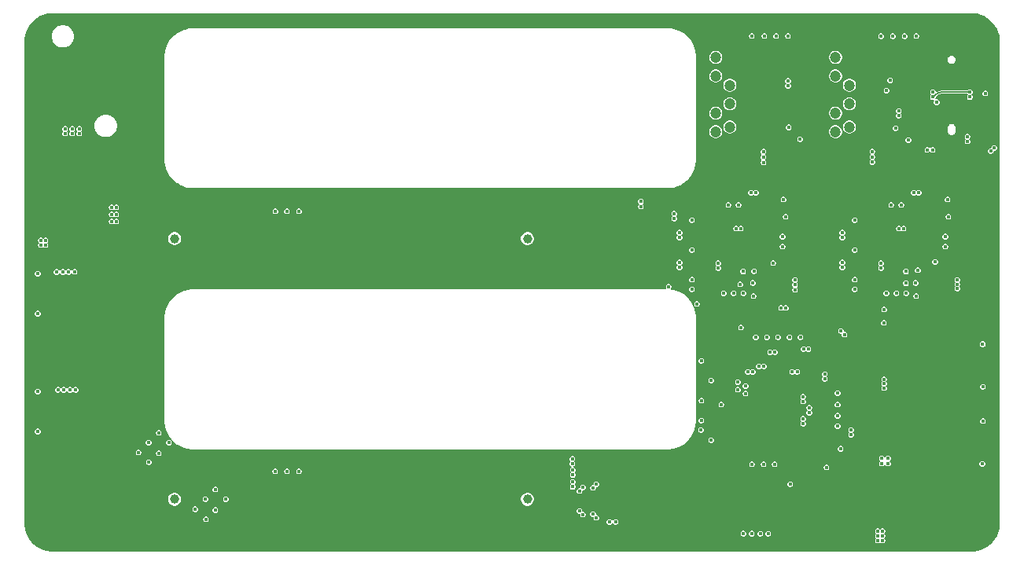
<source format=gbr>
%TF.GenerationSoftware,Altium Limited,Altium Designer,24.0.1 (36)*%
G04 Layer_Physical_Order=2*
G04 Layer_Color=36540*
%FSLAX45Y45*%
%MOMM*%
%TF.SameCoordinates,B6A243B4-E260-46CF-AFF0-E69CB888832F*%
%TF.FilePolarity,Positive*%
%TF.FileFunction,Copper,L2,Inr,Signal*%
%TF.Part,Single*%
G01*
G75*
%TA.AperFunction,Conductor*%
%ADD10C,0.12954*%
%TA.AperFunction,ComponentPad*%
%ADD37C,2.99974*%
%ADD38C,1.19888*%
%ADD39C,1.30000*%
%ADD40C,1.00000*%
%TA.AperFunction,ViaPad*%
%ADD41C,0.40000*%
G36*
X10259303Y8892906D02*
X10297303Y8882744D01*
X10333649Y8867706D01*
X10367719Y8848048D01*
X10398928Y8824106D01*
X10426742Y8796293D01*
X10450683Y8765083D01*
X10470342Y8731014D01*
X10485380Y8694667D01*
X10495541Y8656668D01*
X10500650Y8617667D01*
X10500635Y8598000D01*
X10500635D01*
X10500635Y8597999D01*
X10500635Y3398020D01*
X10500639Y3378356D01*
X10495512Y3339363D01*
X10485338Y3301373D01*
X10470292Y3265037D01*
X10450630Y3230977D01*
X10426690Y3199774D01*
X10398880Y3171965D01*
X10367678Y3148025D01*
X10333618Y3128363D01*
X10297282Y3113316D01*
X10259292Y3103143D01*
X10220299Y3098016D01*
X10200635Y3098020D01*
X300635Y3097999D01*
X280974Y3098006D01*
X241990Y3103151D01*
X204010Y3113337D01*
X167684Y3128392D01*
X133632Y3148057D01*
X102437Y3171996D01*
X74633Y3199801D01*
X50693Y3230996D01*
X31028Y3265048D01*
X15973Y3301374D01*
X5787Y3339353D01*
X642Y3378337D01*
X635Y3397999D01*
X634Y8597999D01*
X630Y8617663D01*
X5757Y8656656D01*
X15931Y8694646D01*
X30978Y8730982D01*
X50639Y8765043D01*
X74580Y8796245D01*
X102389Y8824054D01*
X133592Y8847995D01*
X167652Y8867656D01*
X203988Y8882703D01*
X241978Y8892877D01*
X280971Y8898003D01*
X300635Y8897999D01*
X300635Y8898000D01*
X10200635Y8897999D01*
X10220302Y8898014D01*
X10259303Y8892906D01*
D02*
G37*
%LPC*%
G36*
X429454Y8770535D02*
X400491D01*
X399118Y8769966D01*
X397645Y8770161D01*
X369668Y8762664D01*
X368489Y8761759D01*
X367016Y8761566D01*
X341933Y8747084D01*
X341028Y8745905D01*
X339655Y8745336D01*
X319175Y8724856D01*
X318606Y8723483D01*
X317427Y8722578D01*
X302945Y8697495D01*
X302751Y8696022D01*
X301847Y8694843D01*
X294350Y8666866D01*
X294544Y8665393D01*
X293976Y8664020D01*
Y8635057D01*
X294544Y8633684D01*
X294350Y8632210D01*
X301847Y8604234D01*
X302751Y8603055D01*
X302945Y8601582D01*
X317427Y8576498D01*
X318606Y8575593D01*
X319175Y8574221D01*
X339655Y8553740D01*
X341028Y8553172D01*
X341933Y8551993D01*
X367016Y8537511D01*
X368489Y8537317D01*
X369668Y8536412D01*
X397645Y8528916D01*
X399118Y8529110D01*
X400491Y8528541D01*
X429454D01*
X430827Y8529110D01*
X432301Y8528916D01*
X460277Y8536412D01*
X461456Y8537317D01*
X462929Y8537511D01*
X488013Y8551993D01*
X488917Y8553172D01*
X490290Y8553740D01*
X510771Y8574221D01*
X511339Y8575594D01*
X512518Y8576498D01*
X527000Y8601581D01*
X527194Y8603055D01*
X528099Y8604234D01*
X535595Y8632210D01*
X535401Y8633684D01*
X535969Y8635057D01*
Y8664020D01*
X535401Y8665393D01*
X535595Y8666866D01*
X528099Y8694843D01*
X527194Y8696022D01*
X527000Y8697495D01*
X512518Y8722578D01*
X511339Y8723483D01*
X510771Y8724856D01*
X490290Y8745336D01*
X488917Y8745905D01*
X488013Y8747084D01*
X462929Y8761566D01*
X461456Y8761760D01*
X460277Y8762664D01*
X432301Y8770161D01*
X430827Y8769966D01*
X429454Y8770535D01*
D02*
G37*
G36*
X6940297Y8736801D02*
X6920632Y8736797D01*
X1820635Y8736797D01*
X1820632Y8736796D01*
X1820631Y8736797D01*
X1800970Y8736790D01*
X1800268Y8736499D01*
X1799535Y8736695D01*
X1760551Y8731551D01*
X1759894Y8731171D01*
X1759141Y8731270D01*
X1721161Y8721083D01*
X1720559Y8720621D01*
X1719800Y8720621D01*
X1683473Y8705566D01*
X1682937Y8705030D01*
X1682184Y8704930D01*
X1648132Y8685265D01*
X1647670Y8684663D01*
X1646937Y8684466D01*
X1615742Y8660526D01*
X1615363Y8659869D01*
X1614661Y8659579D01*
X1586856Y8631773D01*
X1586566Y8631072D01*
X1585908Y8630692D01*
X1561969Y8599498D01*
X1561772Y8598764D01*
X1561170Y8598302D01*
X1541504Y8564251D01*
X1541405Y8563498D01*
X1540868Y8562961D01*
X1525814Y8526635D01*
X1525814Y8525876D01*
X1525351Y8525274D01*
X1515165Y8487294D01*
X1515263Y8486541D01*
X1514884Y8485884D01*
X1509739Y8446900D01*
X1509936Y8446166D01*
X1509645Y8445465D01*
X1509638Y8425804D01*
X1509639Y8425802D01*
X1509638Y8425800D01*
X1509638Y7324700D01*
X1509639Y7324698D01*
X1509638Y7324696D01*
X1509645Y7305035D01*
X1509936Y7304333D01*
X1509740Y7303600D01*
X1514884Y7264616D01*
X1515264Y7263959D01*
X1515165Y7263206D01*
X1525352Y7225226D01*
X1525814Y7224624D01*
X1525814Y7223865D01*
X1540869Y7187539D01*
X1541406Y7187002D01*
X1541505Y7186249D01*
X1561170Y7152198D01*
X1561772Y7151736D01*
X1561969Y7151002D01*
X1585908Y7119807D01*
X1586566Y7119428D01*
X1586856Y7118726D01*
X1614661Y7090921D01*
X1615363Y7090631D01*
X1615742Y7089973D01*
X1646937Y7066034D01*
X1647670Y7065837D01*
X1648133Y7065235D01*
X1682184Y7045570D01*
X1682937Y7045471D01*
X1683474Y7044934D01*
X1719800Y7029879D01*
X1720559Y7029879D01*
X1721161Y7029416D01*
X1759141Y7019230D01*
X1759893Y7019329D01*
X1760551Y7018949D01*
X1799535Y7013805D01*
X1800268Y7014001D01*
X1800970Y7013710D01*
X1820631Y7013703D01*
X1820633Y7013704D01*
X1820635Y7013703D01*
X6920633Y7013703D01*
X6940297Y7013699D01*
X6940999Y7013989D01*
X6941733Y7013792D01*
X6980725Y7018919D01*
X6981384Y7019299D01*
X6982136Y7019200D01*
X7020126Y7029374D01*
X7020729Y7029836D01*
X7021489D01*
X7057825Y7044882D01*
X7058362Y7045419D01*
X7059115Y7045519D01*
X7093176Y7065180D01*
X7093638Y7065783D01*
X7094372Y7065980D01*
X7125575Y7089920D01*
X7125955Y7090578D01*
X7126656Y7090869D01*
X7154465Y7118678D01*
X7154756Y7119380D01*
X7155414Y7119760D01*
X7179355Y7150962D01*
X7179551Y7151696D01*
X7180154Y7152158D01*
X7199816Y7186219D01*
X7199915Y7186972D01*
X7200452Y7187510D01*
X7215499Y7223846D01*
Y7224606D01*
X7215961Y7225209D01*
X7226135Y7263198D01*
X7226035Y7263951D01*
X7226415Y7264609D01*
X7231542Y7303602D01*
X7231345Y7304336D01*
X7231636Y7305038D01*
X7231632Y7324702D01*
X7231632Y8425800D01*
X7231632Y8425801D01*
X7231636Y8445462D01*
X7231345Y8446163D01*
X7231542Y8446898D01*
X7226416Y8485890D01*
X7226036Y8486549D01*
X7226135Y8487302D01*
X7215961Y8525291D01*
X7215499Y8525894D01*
Y8526654D01*
X7200452Y8562990D01*
X7199915Y8563527D01*
X7199816Y8564281D01*
X7180154Y8598341D01*
X7179552Y8598804D01*
X7179355Y8599538D01*
X7155414Y8630740D01*
X7154757Y8631120D01*
X7154466Y8631822D01*
X7126657Y8659631D01*
X7125955Y8659922D01*
X7125575Y8660580D01*
X7094373Y8684520D01*
X7093639Y8684717D01*
X7093176Y8685319D01*
X7059115Y8704981D01*
X7058362Y8705080D01*
X7057825Y8705618D01*
X7021489Y8720664D01*
X7020729D01*
X7020126Y8721127D01*
X6982136Y8731300D01*
X6981383Y8731201D01*
X6980725Y8731581D01*
X6941732Y8736707D01*
X6940998Y8736511D01*
X6940297Y8736801D01*
D02*
G37*
G36*
X9610699Y8683940D02*
X9598701D01*
X9587616Y8679348D01*
X9579131Y8670864D01*
X9574540Y8659779D01*
Y8647781D01*
X9579131Y8636696D01*
X9587616Y8628212D01*
X9598701Y8623620D01*
X9610699D01*
X9621784Y8628212D01*
X9630268Y8636696D01*
X9634860Y8647781D01*
Y8659779D01*
X9630268Y8670864D01*
X9621784Y8679348D01*
X9610699Y8683940D01*
D02*
G37*
G36*
X8224479D02*
X8212481D01*
X8201396Y8679348D01*
X8192912Y8670864D01*
X8188320Y8659779D01*
Y8647781D01*
X8192912Y8636696D01*
X8201396Y8628212D01*
X8212481Y8623620D01*
X8224479D01*
X8235564Y8628212D01*
X8244049Y8636696D01*
X8248640Y8647781D01*
Y8659779D01*
X8244049Y8670864D01*
X8235564Y8679348D01*
X8224479Y8683940D01*
D02*
G37*
G36*
X7970479D02*
X7958481D01*
X7947396Y8679348D01*
X7938912Y8670864D01*
X7934320Y8659779D01*
Y8647781D01*
X7938912Y8636696D01*
X7947396Y8628212D01*
X7958481Y8623620D01*
X7970479D01*
X7981564Y8628212D01*
X7990049Y8636696D01*
X7994640Y8647781D01*
Y8659779D01*
X7990049Y8670864D01*
X7981564Y8679348D01*
X7970479Y8683940D01*
D02*
G37*
G36*
X7836819D02*
X7824821D01*
X7813736Y8679348D01*
X7805252Y8670864D01*
X7800660Y8659779D01*
Y8647781D01*
X7805252Y8636696D01*
X7813736Y8628212D01*
X7824821Y8623620D01*
X7836819D01*
X7847904Y8628212D01*
X7856388Y8636696D01*
X7860980Y8647781D01*
Y8659779D01*
X7856388Y8670864D01*
X7847904Y8679348D01*
X7836819Y8683940D01*
D02*
G37*
G36*
X8097479Y8682670D02*
X8085481D01*
X8074396Y8678078D01*
X8065912Y8669594D01*
X8061320Y8658509D01*
Y8646511D01*
X8065912Y8635426D01*
X8074396Y8626942D01*
X8085481Y8622350D01*
X8097479D01*
X8108564Y8626942D01*
X8117049Y8635426D01*
X8121640Y8646511D01*
Y8658509D01*
X8117049Y8669594D01*
X8108564Y8678078D01*
X8097479Y8682670D01*
D02*
G37*
G36*
X9483699Y8681400D02*
X9471701D01*
X9460616Y8676808D01*
X9452131Y8668324D01*
X9447540Y8657239D01*
Y8645241D01*
X9452131Y8634156D01*
X9460616Y8625672D01*
X9471701Y8621080D01*
X9483699D01*
X9494784Y8625672D01*
X9503268Y8634156D01*
X9507860Y8645241D01*
Y8657239D01*
X9503268Y8668324D01*
X9494784Y8676808D01*
X9483699Y8681400D01*
D02*
G37*
G36*
X9356699D02*
X9344701D01*
X9333616Y8676808D01*
X9325131Y8668324D01*
X9320540Y8657239D01*
Y8645241D01*
X9325131Y8634156D01*
X9333616Y8625672D01*
X9344701Y8621080D01*
X9356699D01*
X9367784Y8625672D01*
X9376268Y8634156D01*
X9380860Y8645241D01*
Y8657239D01*
X9376268Y8668324D01*
X9367784Y8676808D01*
X9356699Y8681400D01*
D02*
G37*
G36*
X9229699D02*
X9217701D01*
X9206616Y8676808D01*
X9198131Y8668324D01*
X9193540Y8657239D01*
Y8645241D01*
X9198131Y8634156D01*
X9206616Y8625672D01*
X9217701Y8621080D01*
X9229699D01*
X9240784Y8625672D01*
X9249268Y8634156D01*
X9253860Y8645241D01*
Y8657239D01*
X9249268Y8668324D01*
X9240784Y8676808D01*
X9229699Y8681400D01*
D02*
G37*
G36*
X9988776Y8440322D02*
X9975648D01*
X9973627Y8439485D01*
X9971440D01*
X9959311Y8434461D01*
X9957764Y8432915D01*
X9955743Y8432078D01*
X9946460Y8422795D01*
X9945623Y8420773D01*
X9944077Y8419227D01*
X9939053Y8407098D01*
Y8404911D01*
X9938216Y8402890D01*
Y8389762D01*
X9939053Y8387741D01*
Y8385553D01*
X9944077Y8373424D01*
X9945623Y8371878D01*
X9946460Y8369857D01*
X9955743Y8360574D01*
X9957764Y8359737D01*
X9959311Y8358190D01*
X9971440Y8353166D01*
X9973627D01*
X9975648Y8352329D01*
X9988776D01*
X9990797Y8353166D01*
X9992985D01*
X10005114Y8358190D01*
X10006660Y8359737D01*
X10008681Y8360574D01*
X10017964Y8369857D01*
X10018801Y8371877D01*
X10020348Y8373424D01*
X10025372Y8385553D01*
Y8387741D01*
X10026209Y8389762D01*
Y8402890D01*
X10025372Y8404911D01*
Y8407098D01*
X10020348Y8419227D01*
X10018801Y8420774D01*
X10017964Y8422795D01*
X10008681Y8432078D01*
X10006660Y8432915D01*
X10005113Y8434461D01*
X9992985Y8439485D01*
X9990797D01*
X9988776Y8440322D01*
D02*
G37*
G36*
X8742197Y8491474D02*
X8723739D01*
X8705909Y8486697D01*
X8689923Y8477467D01*
X8676871Y8464415D01*
X8667642Y8448429D01*
X8662864Y8430599D01*
Y8412141D01*
X8667642Y8394311D01*
X8676871Y8378325D01*
X8689923Y8365273D01*
X8705909Y8356043D01*
X8723739Y8351266D01*
X8742197D01*
X8760027Y8356043D01*
X8776013Y8365273D01*
X8789065Y8378325D01*
X8798295Y8394311D01*
X8803072Y8412141D01*
Y8430599D01*
X8798295Y8448429D01*
X8789065Y8464415D01*
X8776013Y8477467D01*
X8760027Y8486697D01*
X8742197Y8491474D01*
D02*
G37*
G36*
X7453715D02*
X7435257D01*
X7417427Y8486697D01*
X7401441Y8477467D01*
X7388389Y8464415D01*
X7379159Y8448429D01*
X7374382Y8430599D01*
Y8412141D01*
X7379159Y8394311D01*
X7388389Y8378325D01*
X7401441Y8365273D01*
X7417427Y8356043D01*
X7435257Y8351266D01*
X7453715D01*
X7471545Y8356043D01*
X7487531Y8365273D01*
X7500583Y8378325D01*
X7509813Y8394311D01*
X7514590Y8412141D01*
Y8430599D01*
X7509813Y8448429D01*
X7500583Y8464415D01*
X7487531Y8477467D01*
X7471545Y8486697D01*
X7453715Y8491474D01*
D02*
G37*
G36*
X8742197Y8291322D02*
X8723739D01*
X8705909Y8286545D01*
X8689923Y8277315D01*
X8676871Y8264263D01*
X8667642Y8248277D01*
X8662864Y8230447D01*
Y8211989D01*
X8667642Y8194159D01*
X8676871Y8178173D01*
X8689923Y8165121D01*
X8705909Y8155891D01*
X8723739Y8151114D01*
X8742197D01*
X8760027Y8155891D01*
X8776013Y8165121D01*
X8789065Y8178173D01*
X8798295Y8194159D01*
X8803072Y8211989D01*
Y8230447D01*
X8798295Y8248277D01*
X8789065Y8264263D01*
X8776013Y8277315D01*
X8760027Y8286545D01*
X8742197Y8291322D01*
D02*
G37*
G36*
X7453715D02*
X7435257D01*
X7417427Y8286545D01*
X7401441Y8277315D01*
X7388389Y8264263D01*
X7379159Y8248277D01*
X7374382Y8230447D01*
Y8211989D01*
X7379159Y8194159D01*
X7388389Y8178173D01*
X7401441Y8165121D01*
X7417427Y8155891D01*
X7435257Y8151114D01*
X7453715D01*
X7471545Y8155891D01*
X7487531Y8165121D01*
X7500583Y8178173D01*
X7509813Y8194159D01*
X7514590Y8211989D01*
Y8230447D01*
X7509813Y8248277D01*
X7500583Y8264263D01*
X7487531Y8277315D01*
X7471545Y8286545D01*
X7453715Y8291322D01*
D02*
G37*
G36*
X9327115Y8203837D02*
X9315116D01*
X9304031Y8199245D01*
X9295547Y8190761D01*
X9290956Y8179676D01*
Y8167678D01*
X9295547Y8156593D01*
X9304031Y8148109D01*
X9315116Y8143517D01*
X9327115D01*
X9338200Y8148109D01*
X9346684Y8156593D01*
X9351275Y8167678D01*
Y8179676D01*
X9346684Y8190761D01*
X9338200Y8199245D01*
X9327115Y8203837D01*
D02*
G37*
G36*
X8227979Y8198800D02*
X8215981D01*
X8204896Y8194208D01*
X8196412Y8185724D01*
X8191820Y8174639D01*
Y8162641D01*
X8196412Y8151556D01*
X8197701Y8150267D01*
X8204052Y8141970D01*
X8197701Y8133673D01*
X8196412Y8132384D01*
X8191820Y8121299D01*
Y8109301D01*
X8196412Y8098216D01*
X8204896Y8089732D01*
X8215981Y8085140D01*
X8227979D01*
X8239064Y8089732D01*
X8247548Y8098216D01*
X8252140Y8109301D01*
Y8121299D01*
X8247548Y8132384D01*
X8246259Y8133673D01*
X8239908Y8141970D01*
X8246259Y8150267D01*
X8247548Y8151556D01*
X8252140Y8162641D01*
Y8174639D01*
X8247548Y8185724D01*
X8239064Y8194208D01*
X8227979Y8198800D01*
D02*
G37*
G36*
X8892057Y8191500D02*
X8873599D01*
X8855769Y8186723D01*
X8839783Y8177493D01*
X8826731Y8164441D01*
X8817502Y8148455D01*
X8812724Y8130625D01*
Y8112167D01*
X8817502Y8094337D01*
X8826731Y8078351D01*
X8839783Y8065299D01*
X8855769Y8056069D01*
X8873599Y8051292D01*
X8892057D01*
X8909887Y8056069D01*
X8925873Y8065299D01*
X8938925Y8078351D01*
X8948155Y8094337D01*
X8952932Y8112167D01*
Y8130625D01*
X8948155Y8148455D01*
X8938925Y8164441D01*
X8925873Y8177493D01*
X8909887Y8186723D01*
X8892057Y8191500D01*
D02*
G37*
G36*
X7603575D02*
X7585117D01*
X7567287Y8186723D01*
X7551301Y8177493D01*
X7538249Y8164441D01*
X7529019Y8148455D01*
X7524242Y8130625D01*
Y8112167D01*
X7529019Y8094337D01*
X7538249Y8078351D01*
X7551301Y8065299D01*
X7567287Y8056069D01*
X7585117Y8051292D01*
X7603575D01*
X7621405Y8056069D01*
X7637391Y8065299D01*
X7650443Y8078351D01*
X7659673Y8094337D01*
X7664450Y8112167D01*
Y8130625D01*
X7659673Y8148455D01*
X7650443Y8164441D01*
X7637391Y8177493D01*
X7621405Y8186723D01*
X7603575Y8191500D01*
D02*
G37*
G36*
X9287159Y8094660D02*
X9275161D01*
X9264076Y8090068D01*
X9255592Y8081584D01*
X9251000Y8070499D01*
Y8058501D01*
X9255592Y8047416D01*
X9264076Y8038932D01*
X9275161Y8034340D01*
X9287159D01*
X9298244Y8038932D01*
X9306728Y8047416D01*
X9311320Y8058501D01*
Y8070499D01*
X9306728Y8081584D01*
X9298244Y8090068D01*
X9287159Y8094660D01*
D02*
G37*
G36*
X10351419Y8064180D02*
X10339421D01*
X10328336Y8059588D01*
X10319852Y8051104D01*
X10315260Y8040019D01*
Y8028021D01*
X10319852Y8016936D01*
X10328336Y8008452D01*
X10339421Y8003860D01*
X10351419D01*
X10362504Y8008452D01*
X10370988Y8016936D01*
X10375580Y8028021D01*
Y8040019D01*
X10370988Y8051104D01*
X10362504Y8059588D01*
X10351419Y8064180D01*
D02*
G37*
G36*
X9788200Y8077843D02*
X9776201D01*
X9765116Y8073251D01*
X9756632Y8064767D01*
X9752040Y8053682D01*
Y8041683D01*
X9756632Y8030598D01*
X9757601Y8029629D01*
X9764469Y8021333D01*
X9757601Y8013036D01*
X9756632Y8012067D01*
X9752040Y8000982D01*
Y7988984D01*
X9756632Y7977898D01*
X9765116Y7969414D01*
X9776201Y7964823D01*
X9787123D01*
X9789888Y7962279D01*
X9795357Y7954041D01*
X9791727Y7945279D01*
Y7933280D01*
X9796319Y7922195D01*
X9804803Y7913711D01*
X9815888Y7909120D01*
X9827887D01*
X9838972Y7913711D01*
X9847456Y7922195D01*
X9852047Y7933280D01*
Y7945279D01*
X9847456Y7956364D01*
X9838972Y7964848D01*
X9827887Y7969439D01*
X9816965D01*
X9814200Y7971983D01*
X9808731Y7980221D01*
X9812360Y7988984D01*
Y7998449D01*
X9823243Y8009332D01*
X9823471Y8009104D01*
X9838519Y8020650D01*
X9856043Y8027909D01*
X9874848Y8030384D01*
Y8030707D01*
X10154701D01*
X10154752Y8030586D01*
X10155721Y8029617D01*
X10162589Y8021320D01*
X10155721Y8013023D01*
X10154752Y8012054D01*
X10150160Y8000969D01*
Y7988971D01*
X10154752Y7977886D01*
X10163236Y7969402D01*
X10174321Y7964810D01*
X10186319D01*
X10197404Y7969402D01*
X10205888Y7977886D01*
X10210480Y7988971D01*
Y8000969D01*
X10205888Y8012054D01*
X10204919Y8013023D01*
X10198051Y8021320D01*
X10204919Y8029617D01*
X10205888Y8030586D01*
X10210480Y8041671D01*
Y8053669D01*
X10205888Y8064754D01*
X10197404Y8073238D01*
X10186319Y8077830D01*
X10174321D01*
X10163236Y8073238D01*
X10154752Y8064754D01*
X10154701Y8064633D01*
X9874848D01*
Y8065227D01*
X9847025Y8061564D01*
X9825060Y8052466D01*
X9822420Y8052719D01*
X9813786Y8056089D01*
X9810334Y8058573D01*
X9807769Y8064767D01*
X9799285Y8073251D01*
X9788200Y8077843D01*
D02*
G37*
G36*
X8892057Y7991348D02*
X8873599D01*
X8855769Y7986571D01*
X8839783Y7977341D01*
X8826731Y7964289D01*
X8817502Y7948303D01*
X8812724Y7930473D01*
Y7912015D01*
X8817502Y7894185D01*
X8826731Y7878199D01*
X8839783Y7865147D01*
X8855769Y7855917D01*
X8873599Y7851140D01*
X8892057D01*
X8909887Y7855917D01*
X8925873Y7865147D01*
X8938925Y7878199D01*
X8948155Y7894185D01*
X8952932Y7912015D01*
Y7930473D01*
X8948155Y7948303D01*
X8938925Y7964289D01*
X8925873Y7977341D01*
X8909887Y7986571D01*
X8892057Y7991348D01*
D02*
G37*
G36*
X7603575D02*
X7585117D01*
X7567287Y7986571D01*
X7551301Y7977341D01*
X7538249Y7964289D01*
X7529019Y7948303D01*
X7524242Y7930473D01*
Y7912015D01*
X7529019Y7894185D01*
X7538249Y7878199D01*
X7551301Y7865147D01*
X7567287Y7855917D01*
X7585117Y7851140D01*
X7603575D01*
X7621405Y7855917D01*
X7637391Y7865147D01*
X7650443Y7878199D01*
X7659673Y7894185D01*
X7664450Y7912015D01*
Y7930473D01*
X7659673Y7948303D01*
X7650443Y7964289D01*
X7637391Y7977341D01*
X7621405Y7986571D01*
X7603575Y7991348D01*
D02*
G37*
G36*
X889448Y7805564D02*
X860485D01*
X859112Y7804995D01*
X857639Y7805189D01*
X829662Y7797693D01*
X828483Y7796788D01*
X827010Y7796594D01*
X801927Y7782113D01*
X801022Y7780934D01*
X799649Y7780365D01*
X779169Y7759885D01*
X778600Y7758512D01*
X777421Y7757607D01*
X762939Y7732524D01*
X762745Y7731050D01*
X761841Y7729872D01*
X754344Y7701895D01*
X754538Y7700421D01*
X753970Y7699049D01*
Y7670085D01*
X754538Y7668712D01*
X754344Y7667239D01*
X761841Y7639262D01*
X762745Y7638084D01*
X762939Y7636610D01*
X777421Y7611527D01*
X778600Y7610622D01*
X779169Y7609249D01*
X799649Y7588769D01*
X801022Y7588200D01*
X801927Y7587021D01*
X827010Y7572540D01*
X828483Y7572346D01*
X829662Y7571441D01*
X857639Y7563944D01*
X859112Y7564139D01*
X860485Y7563570D01*
X889448D01*
X890821Y7564139D01*
X892295Y7563944D01*
X920271Y7571441D01*
X921450Y7572346D01*
X922923Y7572540D01*
X948007Y7587021D01*
X948911Y7588200D01*
X950284Y7588769D01*
X970765Y7609249D01*
X971333Y7610622D01*
X972512Y7611527D01*
X986994Y7636610D01*
X987188Y7638084D01*
X988093Y7639263D01*
X995589Y7667239D01*
X995395Y7668712D01*
X995963Y7670085D01*
Y7699049D01*
X995395Y7700421D01*
X995589Y7701895D01*
X988093Y7729872D01*
X987188Y7731050D01*
X986994Y7732524D01*
X972512Y7757607D01*
X971333Y7758512D01*
X970765Y7759885D01*
X950284Y7780365D01*
X948911Y7780934D01*
X948007Y7782112D01*
X922923Y7796594D01*
X921450Y7796788D01*
X920271Y7797693D01*
X892295Y7805189D01*
X890821Y7804995D01*
X889448Y7805564D01*
D02*
G37*
G36*
X9419125Y7875255D02*
X9407127D01*
X9396042Y7870664D01*
X9387558Y7862180D01*
X9382966Y7851095D01*
Y7839096D01*
X9387558Y7828011D01*
X9388527Y7827042D01*
X9395395Y7818745D01*
X9388527Y7810449D01*
X9387558Y7809480D01*
X9382966Y7798395D01*
Y7786396D01*
X9387558Y7775311D01*
X9396042Y7766827D01*
X9407127Y7762235D01*
X9419125D01*
X9430211Y7766827D01*
X9438695Y7775311D01*
X9443286Y7786396D01*
Y7798395D01*
X9438695Y7809480D01*
X9437726Y7810449D01*
X9430858Y7818745D01*
X9437726Y7827042D01*
X9438695Y7828011D01*
X9443286Y7839096D01*
Y7851095D01*
X9438695Y7862180D01*
X9430211Y7870664D01*
X9419125Y7875255D01*
D02*
G37*
G36*
X8742197Y7891526D02*
X8723739D01*
X8705909Y7886749D01*
X8689923Y7877519D01*
X8676871Y7864467D01*
X8667642Y7848481D01*
X8662864Y7830651D01*
Y7812193D01*
X8667642Y7794363D01*
X8676871Y7778377D01*
X8689923Y7765325D01*
X8705909Y7756095D01*
X8723739Y7751318D01*
X8742197D01*
X8760027Y7756095D01*
X8776013Y7765325D01*
X8789065Y7778377D01*
X8798295Y7794363D01*
X8803072Y7812193D01*
Y7830651D01*
X8798295Y7848481D01*
X8789065Y7864467D01*
X8776013Y7877519D01*
X8760027Y7886749D01*
X8742197Y7891526D01*
D02*
G37*
G36*
X7453715D02*
X7435257D01*
X7417427Y7886749D01*
X7401441Y7877519D01*
X7388389Y7864467D01*
X7379159Y7848481D01*
X7374382Y7830651D01*
Y7812193D01*
X7379159Y7794363D01*
X7388389Y7778377D01*
X7401441Y7765325D01*
X7417427Y7756095D01*
X7435257Y7751318D01*
X7453715D01*
X7471545Y7756095D01*
X7487531Y7765325D01*
X7500583Y7778377D01*
X7509813Y7794363D01*
X7514590Y7812193D01*
Y7830651D01*
X7509813Y7848481D01*
X7500583Y7864467D01*
X7487531Y7877519D01*
X7471545Y7886749D01*
X7453715Y7891526D01*
D02*
G37*
G36*
X9987951Y7705508D02*
X9976468D01*
X9974456Y7704674D01*
X9972279Y7704679D01*
X9961662Y7700304D01*
X9960120Y7698767D01*
X9958104Y7697940D01*
X9949955Y7689850D01*
X9949114Y7687841D01*
X9947566Y7686309D01*
X9943115Y7675725D01*
X9943103Y7673547D01*
X9942255Y7671541D01*
X9942214Y7665799D01*
X9942229Y7665761D01*
X9942213Y7665723D01*
X9942203Y7624501D01*
X9942316Y7624229D01*
X9942217Y7623951D01*
X9942495Y7618370D01*
X9943403Y7616452D01*
X9943483Y7614332D01*
X9948142Y7604172D01*
X9949697Y7602729D01*
X9950558Y7600789D01*
X9958656Y7593084D01*
X9960636Y7592322D01*
X9962154Y7590840D01*
X9972534Y7586691D01*
X9974655Y7586718D01*
X9976616Y7585906D01*
X9982204Y7585906D01*
X9982205Y7585906D01*
X9982205Y7585906D01*
X9987770D01*
X9989723Y7586715D01*
X9991836Y7586685D01*
X10002179Y7590801D01*
X10003694Y7592275D01*
X10005669Y7593029D01*
X10013757Y7600677D01*
X10014620Y7602606D01*
X10016176Y7604037D01*
X10020863Y7614133D01*
X10020951Y7616245D01*
X10021868Y7618149D01*
X10022179Y7623706D01*
X10022070Y7624015D01*
X10022196Y7624318D01*
X10022206Y7665717D01*
X10022189Y7665758D01*
X10022206Y7665799D01*
X10022165Y7671540D01*
X10021317Y7673547D01*
X10021305Y7675725D01*
X10016853Y7686309D01*
X10015305Y7687841D01*
X10014464Y7689850D01*
X10006316Y7697940D01*
X10004300Y7698767D01*
X10002757Y7700304D01*
X9992141Y7704679D01*
X9989963Y7704674D01*
X9987951Y7705508D01*
D02*
G37*
G36*
X8235320Y7698615D02*
X8223322D01*
X8212237Y7694023D01*
X8203753Y7685539D01*
X8199161Y7674454D01*
Y7662455D01*
X8203753Y7651370D01*
X8212237Y7642886D01*
X8223322Y7638295D01*
X8235320D01*
X8246405Y7642886D01*
X8254890Y7651370D01*
X8259481Y7662455D01*
Y7674454D01*
X8254890Y7685539D01*
X8246405Y7694023D01*
X8235320Y7698615D01*
D02*
G37*
G36*
X9383999Y7689911D02*
X9372001D01*
X9360916Y7685320D01*
X9352432Y7676836D01*
X9347840Y7665751D01*
Y7653752D01*
X9352432Y7642667D01*
X9360916Y7634183D01*
X9372001Y7629592D01*
X9383999D01*
X9395084Y7634183D01*
X9403568Y7642667D01*
X9408160Y7653752D01*
Y7665751D01*
X9403568Y7676836D01*
X9395084Y7685320D01*
X9383999Y7689911D01*
D02*
G37*
G36*
X8892057Y7741412D02*
X8873599D01*
X8855769Y7736635D01*
X8839783Y7727405D01*
X8826731Y7714353D01*
X8817502Y7698367D01*
X8812724Y7680537D01*
Y7662079D01*
X8817502Y7644249D01*
X8826731Y7628263D01*
X8839783Y7615211D01*
X8855769Y7605981D01*
X8873599Y7601204D01*
X8892057D01*
X8909887Y7605981D01*
X8925873Y7615211D01*
X8938925Y7628263D01*
X8948155Y7644249D01*
X8952932Y7662079D01*
Y7680537D01*
X8948155Y7698367D01*
X8938925Y7714353D01*
X8925873Y7727405D01*
X8909887Y7736635D01*
X8892057Y7741412D01*
D02*
G37*
G36*
X7603575D02*
X7585117D01*
X7567287Y7736635D01*
X7551301Y7727405D01*
X7538249Y7714353D01*
X7529019Y7698367D01*
X7524242Y7680537D01*
Y7662079D01*
X7529019Y7644249D01*
X7538249Y7628263D01*
X7551301Y7615211D01*
X7567287Y7605981D01*
X7585117Y7601204D01*
X7603575D01*
X7621405Y7605981D01*
X7637391Y7615211D01*
X7650443Y7628263D01*
X7659673Y7644249D01*
X7664450Y7662079D01*
Y7680537D01*
X7659673Y7698367D01*
X7650443Y7714353D01*
X7637391Y7727405D01*
X7621405Y7736635D01*
X7603575Y7741412D01*
D02*
G37*
G36*
X595279Y7683180D02*
X583281D01*
X572196Y7678588D01*
X563712Y7670104D01*
X559120Y7659019D01*
Y7647021D01*
X563712Y7635936D01*
X572027Y7627620D01*
X563712Y7619304D01*
X559120Y7608219D01*
Y7596221D01*
X563712Y7585136D01*
X572196Y7576652D01*
X583281Y7572060D01*
X595279D01*
X606364Y7576652D01*
X614848Y7585136D01*
X619440Y7596221D01*
Y7608219D01*
X614848Y7619304D01*
X606533Y7627620D01*
X614848Y7635936D01*
X619440Y7647021D01*
Y7659019D01*
X614848Y7670104D01*
X606364Y7678588D01*
X595279Y7683180D01*
D02*
G37*
G36*
X519079D02*
X507081D01*
X495996Y7678588D01*
X487512Y7670104D01*
X482920Y7659019D01*
Y7647021D01*
X487512Y7635936D01*
X495827Y7627620D01*
X487512Y7619304D01*
X482920Y7608219D01*
Y7596221D01*
X487512Y7585136D01*
X495996Y7576652D01*
X507081Y7572060D01*
X519079D01*
X530164Y7576652D01*
X538648Y7585136D01*
X543240Y7596221D01*
Y7608219D01*
X538648Y7619304D01*
X530333Y7627620D01*
X538648Y7635936D01*
X543240Y7647021D01*
Y7659019D01*
X538648Y7670104D01*
X530164Y7678588D01*
X519079Y7683180D01*
D02*
G37*
G36*
X442879D02*
X430881D01*
X419796Y7678588D01*
X411312Y7670104D01*
X406720Y7659019D01*
Y7647021D01*
X411312Y7635936D01*
X419627Y7627620D01*
X411312Y7619304D01*
X406720Y7608219D01*
Y7596221D01*
X411312Y7585136D01*
X419796Y7576652D01*
X430881Y7572060D01*
X442879D01*
X453964Y7576652D01*
X462448Y7585136D01*
X467040Y7596221D01*
Y7608219D01*
X462448Y7619304D01*
X454133Y7627620D01*
X462448Y7635936D01*
X467040Y7647021D01*
Y7659019D01*
X462448Y7670104D01*
X453964Y7678588D01*
X442879Y7683180D01*
D02*
G37*
G36*
X8742197Y7691374D02*
X8723739D01*
X8705909Y7686597D01*
X8689923Y7677367D01*
X8676871Y7664315D01*
X8667642Y7648329D01*
X8662864Y7630499D01*
Y7612041D01*
X8667642Y7594211D01*
X8676871Y7578225D01*
X8689923Y7565173D01*
X8705909Y7555943D01*
X8723739Y7551166D01*
X8742197D01*
X8760027Y7555943D01*
X8776013Y7565173D01*
X8789065Y7578225D01*
X8798295Y7594211D01*
X8803072Y7612041D01*
Y7630499D01*
X8798295Y7648329D01*
X8789065Y7664315D01*
X8776013Y7677367D01*
X8760027Y7686597D01*
X8742197Y7691374D01*
D02*
G37*
G36*
X7453715D02*
X7435257D01*
X7417427Y7686597D01*
X7401441Y7677367D01*
X7388389Y7664315D01*
X7379159Y7648329D01*
X7374382Y7630499D01*
Y7612041D01*
X7379159Y7594211D01*
X7388389Y7578225D01*
X7401441Y7565173D01*
X7417427Y7555943D01*
X7435257Y7551166D01*
X7453715D01*
X7471545Y7555943D01*
X7487531Y7565173D01*
X7500583Y7578225D01*
X7509813Y7594211D01*
X7514590Y7612041D01*
Y7630499D01*
X7509813Y7648329D01*
X7500583Y7664315D01*
X7487531Y7677367D01*
X7471545Y7686597D01*
X7453715Y7691374D01*
D02*
G37*
G36*
X8357519Y7568880D02*
X8345521D01*
X8334436Y7564288D01*
X8325952Y7555804D01*
X8321360Y7544719D01*
Y7532721D01*
X8325952Y7521636D01*
X8334436Y7513152D01*
X8345521Y7508560D01*
X8357519D01*
X8368604Y7513152D01*
X8377088Y7521636D01*
X8381680Y7532721D01*
Y7544719D01*
X8377088Y7555804D01*
X8368604Y7564288D01*
X8357519Y7568880D01*
D02*
G37*
G36*
X9522707Y7560588D02*
X9510708D01*
X9499623Y7555996D01*
X9491139Y7547512D01*
X9486548Y7536427D01*
Y7524428D01*
X9491139Y7513343D01*
X9499623Y7504859D01*
X9510708Y7500268D01*
X9522707D01*
X9533792Y7504859D01*
X9542276Y7513343D01*
X9546868Y7524428D01*
Y7536427D01*
X9542276Y7547512D01*
X9533792Y7555996D01*
X9522707Y7560588D01*
D02*
G37*
G36*
X10160919Y7600183D02*
X10148921D01*
X10137836Y7595591D01*
X10129352Y7587107D01*
X10124760Y7576022D01*
Y7564024D01*
X10129352Y7552939D01*
X10130321Y7551970D01*
X10137189Y7543673D01*
X10130321Y7535376D01*
X10129352Y7534407D01*
X10124760Y7523322D01*
Y7511324D01*
X10129352Y7500239D01*
X10137836Y7491755D01*
X10148921Y7487163D01*
X10160919D01*
X10172004Y7491755D01*
X10180488Y7500239D01*
X10185080Y7511324D01*
Y7523322D01*
X10180488Y7534407D01*
X10179519Y7535376D01*
X10172651Y7543673D01*
X10179519Y7551970D01*
X10180488Y7552939D01*
X10185080Y7564024D01*
Y7576022D01*
X10180488Y7587107D01*
X10172004Y7595591D01*
X10160919Y7600183D01*
D02*
G37*
G36*
X9781790Y7457120D02*
X9769791D01*
X9758706Y7452528D01*
X9757737Y7451559D01*
X9749440Y7444691D01*
X9741144Y7451559D01*
X9740175Y7452528D01*
X9729090Y7457120D01*
X9717091D01*
X9706006Y7452528D01*
X9697522Y7444044D01*
X9692931Y7432959D01*
Y7420961D01*
X9697522Y7409876D01*
X9706006Y7401392D01*
X9717091Y7396800D01*
X9729090D01*
X9740175Y7401392D01*
X9741144Y7402361D01*
X9749440Y7409229D01*
X9757737Y7402361D01*
X9758706Y7401392D01*
X9769791Y7396800D01*
X9781790D01*
X9792875Y7401392D01*
X9801359Y7409876D01*
X9805950Y7420961D01*
Y7432959D01*
X9801359Y7444044D01*
X9792875Y7452528D01*
X9781790Y7457120D01*
D02*
G37*
G36*
X10447939Y7477440D02*
X10435941D01*
X10424856Y7472848D01*
X10416372Y7464364D01*
X10411780Y7453279D01*
Y7453269D01*
X10409362Y7441536D01*
X10397364Y7441535D01*
X10386279Y7436944D01*
X10377795Y7428460D01*
X10373204Y7417375D01*
Y7405376D01*
X10377795Y7394291D01*
X10386279Y7385807D01*
X10397364Y7381215D01*
X10409363D01*
X10420448Y7385807D01*
X10428932Y7394291D01*
X10433523Y7405376D01*
Y7405387D01*
X10435941Y7417120D01*
X10447939Y7417120D01*
X10459024Y7421712D01*
X10467508Y7430196D01*
X10472100Y7441281D01*
Y7453279D01*
X10467508Y7464364D01*
X10459024Y7472848D01*
X10447939Y7477440D01*
D02*
G37*
G36*
X9134759Y7439340D02*
X9122761D01*
X9111676Y7434748D01*
X9103192Y7426264D01*
X9098600Y7415179D01*
Y7403181D01*
X9103192Y7392096D01*
X9107105Y7388182D01*
X9110272Y7379970D01*
X9107105Y7371758D01*
X9103192Y7367844D01*
X9098600Y7356759D01*
Y7344761D01*
X9103192Y7333676D01*
X9107105Y7329762D01*
X9110272Y7321550D01*
X9107105Y7313338D01*
X9103192Y7309424D01*
X9098600Y7298339D01*
Y7286341D01*
X9103192Y7275256D01*
X9111676Y7266772D01*
X9122761Y7262180D01*
X9134759D01*
X9145844Y7266772D01*
X9154328Y7275256D01*
X9158920Y7286341D01*
Y7298339D01*
X9154328Y7309424D01*
X9150415Y7313338D01*
X9147248Y7321550D01*
X9150415Y7329762D01*
X9154328Y7333676D01*
X9158920Y7344761D01*
Y7356759D01*
X9154328Y7367844D01*
X9150415Y7371758D01*
X9147248Y7379970D01*
X9150415Y7388182D01*
X9154328Y7392096D01*
X9158920Y7403181D01*
Y7415179D01*
X9154328Y7426264D01*
X9145844Y7434748D01*
X9134759Y7439340D01*
D02*
G37*
G36*
X7961279Y7436800D02*
X7949281D01*
X7938196Y7432208D01*
X7929712Y7423724D01*
X7925120Y7412639D01*
Y7400641D01*
X7929712Y7389556D01*
X7933625Y7385642D01*
X7936792Y7377430D01*
X7933625Y7369218D01*
X7929712Y7365304D01*
X7925120Y7354219D01*
Y7342221D01*
X7929712Y7331136D01*
X7933625Y7327222D01*
X7936792Y7319010D01*
X7933625Y7310798D01*
X7929712Y7306884D01*
X7925120Y7295799D01*
Y7283801D01*
X7929712Y7272716D01*
X7938196Y7264232D01*
X7949281Y7259640D01*
X7961279D01*
X7972364Y7264232D01*
X7980848Y7272716D01*
X7985440Y7283801D01*
Y7295799D01*
X7980848Y7306884D01*
X7976935Y7310798D01*
X7973768Y7319010D01*
X7976935Y7327222D01*
X7980848Y7331136D01*
X7985440Y7342221D01*
Y7354219D01*
X7980848Y7365304D01*
X7976935Y7369218D01*
X7973768Y7377430D01*
X7976935Y7385642D01*
X7980848Y7389556D01*
X7985440Y7400641D01*
Y7412639D01*
X7980848Y7423724D01*
X7972364Y7432208D01*
X7961279Y7436800D01*
D02*
G37*
G36*
X7880949Y6992300D02*
X7868951D01*
X7857866Y6987708D01*
X7856897Y6986739D01*
X7848600Y6979871D01*
X7840303Y6986739D01*
X7839334Y6987708D01*
X7828249Y6992300D01*
X7816251D01*
X7805166Y6987708D01*
X7796682Y6979224D01*
X7792090Y6968139D01*
Y6956141D01*
X7796682Y6945056D01*
X7805166Y6936572D01*
X7816251Y6931980D01*
X7828249D01*
X7839334Y6936572D01*
X7840303Y6937541D01*
X7848600Y6944409D01*
X7856897Y6937541D01*
X7857866Y6936572D01*
X7868951Y6931980D01*
X7880949D01*
X7892034Y6936572D01*
X7900518Y6945056D01*
X7905110Y6956141D01*
Y6968139D01*
X7900518Y6979224D01*
X7892034Y6987708D01*
X7880949Y6992300D01*
D02*
G37*
G36*
X9633549D02*
X9621551D01*
X9610466Y6987708D01*
X9609497Y6986739D01*
X9601200Y6979871D01*
X9592903Y6986739D01*
X9591934Y6987708D01*
X9580849Y6992300D01*
X9568851D01*
X9557766Y6987708D01*
X9549282Y6979224D01*
X9544690Y6968139D01*
Y6956141D01*
X9549282Y6945056D01*
X9557766Y6936572D01*
X9568851Y6931980D01*
X9580849D01*
X9591934Y6936572D01*
X9592903Y6937541D01*
X9601200Y6944409D01*
X9609497Y6937541D01*
X9610466Y6936572D01*
X9621551Y6931980D01*
X9633549D01*
X9644634Y6936572D01*
X9653118Y6945056D01*
X9657710Y6956141D01*
Y6968139D01*
X9653118Y6979224D01*
X9644634Y6987708D01*
X9633549Y6992300D01*
D02*
G37*
G36*
X9944622Y6921435D02*
X9932624D01*
X9921538Y6916844D01*
X9913054Y6908360D01*
X9908463Y6897275D01*
Y6885276D01*
X9913054Y6874191D01*
X9921538Y6865707D01*
X9932624Y6861116D01*
X9944622D01*
X9955707Y6865707D01*
X9964191Y6874191D01*
X9968783Y6885276D01*
Y6897275D01*
X9964191Y6908360D01*
X9955707Y6916844D01*
X9944622Y6921435D01*
D02*
G37*
G36*
X8179719Y6921180D02*
X8167721D01*
X8156636Y6916588D01*
X8148152Y6908104D01*
X8143560Y6897019D01*
Y6885021D01*
X8148152Y6873936D01*
X8156636Y6865452D01*
X8167721Y6860860D01*
X8179719D01*
X8190804Y6865452D01*
X8199288Y6873936D01*
X8203880Y6885021D01*
Y6897019D01*
X8199288Y6908104D01*
X8190804Y6916588D01*
X8179719Y6921180D01*
D02*
G37*
G36*
X996599Y6837360D02*
X984601D01*
X973516Y6832768D01*
X965200Y6824453D01*
X956884Y6832768D01*
X945799Y6837360D01*
X933801D01*
X922716Y6832768D01*
X914232Y6824284D01*
X909640Y6813199D01*
Y6801201D01*
X914232Y6790116D01*
X922716Y6781632D01*
X933801Y6777040D01*
X945799D01*
X956884Y6781632D01*
X965200Y6789947D01*
X973516Y6781632D01*
X984601Y6777040D01*
X996599D01*
X1007684Y6781632D01*
X1016168Y6790116D01*
X1020760Y6801201D01*
Y6813199D01*
X1016168Y6824284D01*
X1007684Y6832768D01*
X996599Y6837360D01*
D02*
G37*
G36*
X9447179Y6864580D02*
X9435181D01*
X9424096Y6859988D01*
X9415612Y6851504D01*
X9411020Y6840419D01*
Y6828421D01*
X9415612Y6817336D01*
X9424096Y6808852D01*
X9435181Y6804260D01*
X9447179D01*
X9458264Y6808852D01*
X9466748Y6817336D01*
X9471340Y6828421D01*
Y6840419D01*
X9466748Y6851504D01*
X9458264Y6859988D01*
X9447179Y6864580D01*
D02*
G37*
G36*
X9340499D02*
X9328501D01*
X9317416Y6859988D01*
X9308932Y6851504D01*
X9304340Y6840419D01*
Y6828421D01*
X9308932Y6817336D01*
X9317416Y6808852D01*
X9328501Y6804260D01*
X9340499D01*
X9351584Y6808852D01*
X9360068Y6817336D01*
X9364660Y6828421D01*
Y6840419D01*
X9360068Y6851504D01*
X9351584Y6859988D01*
X9340499Y6864580D01*
D02*
G37*
G36*
X7694579D02*
X7682581D01*
X7671496Y6859988D01*
X7663012Y6851504D01*
X7658420Y6840419D01*
Y6828421D01*
X7663012Y6817336D01*
X7671496Y6808852D01*
X7682581Y6804260D01*
X7694579D01*
X7705664Y6808852D01*
X7714148Y6817336D01*
X7718740Y6828421D01*
Y6840419D01*
X7714148Y6851504D01*
X7705664Y6859988D01*
X7694579Y6864580D01*
D02*
G37*
G36*
X7585359D02*
X7573361D01*
X7562276Y6859988D01*
X7553792Y6851504D01*
X7549200Y6840419D01*
Y6828421D01*
X7553792Y6817336D01*
X7562276Y6808852D01*
X7573361Y6804260D01*
X7585359D01*
X7596444Y6808852D01*
X7604928Y6817336D01*
X7609520Y6828421D01*
Y6840419D01*
X7604928Y6851504D01*
X7596444Y6859988D01*
X7585359Y6864580D01*
D02*
G37*
G36*
X6643019Y6899270D02*
X6631021D01*
X6619936Y6894678D01*
X6611452Y6886194D01*
X6606860Y6875109D01*
Y6863111D01*
X6611452Y6852026D01*
X6612421Y6851057D01*
X6619289Y6842760D01*
X6612421Y6834463D01*
X6611452Y6833494D01*
X6606860Y6822409D01*
Y6810411D01*
X6611452Y6799326D01*
X6619936Y6790842D01*
X6631021Y6786250D01*
X6643019D01*
X6654104Y6790842D01*
X6662588Y6799326D01*
X6667180Y6810411D01*
Y6822409D01*
X6662588Y6833494D01*
X6661619Y6834463D01*
X6654751Y6842760D01*
X6661619Y6851057D01*
X6662588Y6852026D01*
X6667180Y6863111D01*
Y6875109D01*
X6662588Y6886194D01*
X6654104Y6894678D01*
X6643019Y6899270D01*
D02*
G37*
G36*
X996599Y6761160D02*
X984601D01*
X973516Y6756568D01*
X965200Y6748253D01*
X956884Y6756568D01*
X945799Y6761160D01*
X933801D01*
X922716Y6756568D01*
X914232Y6748084D01*
X909640Y6736999D01*
Y6725001D01*
X914232Y6713916D01*
X922716Y6705432D01*
X933801Y6700840D01*
X945799D01*
X956884Y6705432D01*
X965200Y6713747D01*
X973516Y6705432D01*
X984601Y6700840D01*
X996599D01*
X1007684Y6705432D01*
X1016168Y6713916D01*
X1020760Y6725001D01*
Y6736999D01*
X1016168Y6748084D01*
X1007684Y6756568D01*
X996599Y6761160D01*
D02*
G37*
G36*
X2962559Y6794180D02*
X2950561D01*
X2939476Y6789588D01*
X2930992Y6781104D01*
X2926400Y6770019D01*
Y6758021D01*
X2930992Y6746936D01*
X2939476Y6738452D01*
X2950561Y6733860D01*
X2962559D01*
X2973644Y6738452D01*
X2982128Y6746936D01*
X2986720Y6758021D01*
Y6770019D01*
X2982128Y6781104D01*
X2973644Y6789588D01*
X2962559Y6794180D01*
D02*
G37*
G36*
X2833019D02*
X2821021D01*
X2809936Y6789588D01*
X2801452Y6781104D01*
X2796860Y6770019D01*
Y6758021D01*
X2801452Y6746936D01*
X2809936Y6738452D01*
X2821021Y6733860D01*
X2833019D01*
X2844104Y6738452D01*
X2852588Y6746936D01*
X2857180Y6758021D01*
Y6770019D01*
X2852588Y6781104D01*
X2844104Y6789588D01*
X2833019Y6794180D01*
D02*
G37*
G36*
X2708559D02*
X2696561D01*
X2685476Y6789588D01*
X2676992Y6781104D01*
X2672400Y6770019D01*
Y6758021D01*
X2676992Y6746936D01*
X2685476Y6738452D01*
X2696561Y6733860D01*
X2708559D01*
X2719644Y6738452D01*
X2728128Y6746936D01*
X2732720Y6758021D01*
Y6770019D01*
X2728128Y6781104D01*
X2719644Y6789588D01*
X2708559Y6794180D01*
D02*
G37*
G36*
X9954101Y6735760D02*
X9942103D01*
X9931018Y6731168D01*
X9922534Y6722684D01*
X9917942Y6711599D01*
Y6699601D01*
X9922534Y6688516D01*
X9931018Y6680032D01*
X9942103Y6675440D01*
X9954101D01*
X9965186Y6680032D01*
X9973670Y6688516D01*
X9978262Y6699601D01*
Y6711599D01*
X9973670Y6722684D01*
X9965186Y6731168D01*
X9954101Y6735760D01*
D02*
G37*
G36*
X8201501D02*
X8189503D01*
X8178418Y6731168D01*
X8169934Y6722684D01*
X8165342Y6711599D01*
Y6699601D01*
X8169934Y6688516D01*
X8178418Y6680032D01*
X8189503Y6675440D01*
X8201501D01*
X8212586Y6680032D01*
X8221070Y6688516D01*
X8225662Y6699601D01*
Y6711599D01*
X8221070Y6722684D01*
X8212586Y6731168D01*
X8201501Y6735760D01*
D02*
G37*
G36*
X996599Y6684960D02*
X984601D01*
X973516Y6680368D01*
X965200Y6672053D01*
X956884Y6680368D01*
X945799Y6684960D01*
X933801D01*
X922716Y6680368D01*
X914232Y6671884D01*
X909640Y6660799D01*
Y6648801D01*
X914232Y6637716D01*
X922716Y6629232D01*
X933801Y6624640D01*
X945799D01*
X956884Y6629232D01*
X965200Y6637547D01*
X973516Y6629232D01*
X984601Y6624640D01*
X996599D01*
X1007684Y6629232D01*
X1016168Y6637716D01*
X1020760Y6648801D01*
Y6660799D01*
X1016168Y6671884D01*
X1007684Y6680368D01*
X996599Y6684960D01*
D02*
G37*
G36*
X7003699Y6768223D02*
X6991701D01*
X6980616Y6763632D01*
X6972132Y6755148D01*
X6967540Y6744063D01*
Y6732064D01*
X6972132Y6720979D01*
X6973101Y6720010D01*
X6979969Y6711714D01*
X6973101Y6703417D01*
X6972132Y6702448D01*
X6967540Y6691363D01*
Y6679364D01*
X6972132Y6668279D01*
X6980616Y6659795D01*
X6991701Y6655204D01*
X7003699D01*
X7014784Y6659795D01*
X7023268Y6668279D01*
X7027860Y6679364D01*
Y6691363D01*
X7023268Y6702448D01*
X7022299Y6703417D01*
X7015431Y6711714D01*
X7022299Y6720010D01*
X7023268Y6720979D01*
X7027860Y6732064D01*
Y6744063D01*
X7023268Y6755148D01*
X7014784Y6763632D01*
X7003699Y6768223D01*
D02*
G37*
G36*
X8944257Y6697660D02*
X8932259D01*
X8921174Y6693068D01*
X8912690Y6684584D01*
X8908098Y6673499D01*
Y6661501D01*
X8912690Y6650416D01*
X8921174Y6641932D01*
X8932259Y6637340D01*
X8944257D01*
X8955343Y6641932D01*
X8963827Y6650416D01*
X8968418Y6661501D01*
Y6673499D01*
X8963827Y6684584D01*
X8955343Y6693068D01*
X8944257Y6697660D01*
D02*
G37*
G36*
X7191657D02*
X7179659D01*
X7168574Y6693068D01*
X7160090Y6684584D01*
X7155498Y6673499D01*
Y6661501D01*
X7160090Y6650416D01*
X7168574Y6641932D01*
X7179659Y6637340D01*
X7191657D01*
X7202743Y6641932D01*
X7211227Y6650416D01*
X7215818Y6661501D01*
Y6673499D01*
X7211227Y6684584D01*
X7202743Y6693068D01*
X7191657Y6697660D01*
D02*
G37*
G36*
X7718389Y6608760D02*
X7706391D01*
X7695306Y6604168D01*
X7694337Y6603199D01*
X7686040Y6596331D01*
X7677743Y6603199D01*
X7676774Y6604168D01*
X7665689Y6608760D01*
X7653691D01*
X7642606Y6604168D01*
X7634122Y6595684D01*
X7629530Y6584599D01*
Y6572601D01*
X7634122Y6561516D01*
X7642606Y6553032D01*
X7653691Y6548440D01*
X7665689D01*
X7676774Y6553032D01*
X7677743Y6554001D01*
X7686040Y6560869D01*
X7694337Y6554001D01*
X7695306Y6553032D01*
X7706391Y6548440D01*
X7718389D01*
X7729474Y6553032D01*
X7737958Y6561516D01*
X7742550Y6572601D01*
Y6584599D01*
X7737958Y6595684D01*
X7729474Y6604168D01*
X7718389Y6608760D01*
D02*
G37*
G36*
X9470989D02*
X9458991D01*
X9447906Y6604168D01*
X9446937Y6603199D01*
X9438640Y6596331D01*
X9430343Y6603199D01*
X9429374Y6604168D01*
X9418289Y6608760D01*
X9406291D01*
X9395206Y6604168D01*
X9386722Y6595684D01*
X9382130Y6584599D01*
Y6572601D01*
X9386722Y6561516D01*
X9395206Y6553032D01*
X9406291Y6548440D01*
X9418289D01*
X9429374Y6553032D01*
X9430343Y6554001D01*
X9438640Y6560869D01*
X9446937Y6554001D01*
X9447906Y6553032D01*
X9458991Y6548440D01*
X9470989D01*
X9482074Y6553032D01*
X9490558Y6561516D01*
X9495150Y6572601D01*
Y6584599D01*
X9490558Y6595684D01*
X9482074Y6604168D01*
X9470989Y6608760D01*
D02*
G37*
G36*
X234599Y6481760D02*
X222601D01*
X211516Y6477168D01*
X203200Y6468853D01*
X194884Y6477168D01*
X183799Y6481760D01*
X171801D01*
X160716Y6477168D01*
X152232Y6468684D01*
X147640Y6457599D01*
Y6445601D01*
X152232Y6434516D01*
X160547Y6426200D01*
X152232Y6417884D01*
X147640Y6406799D01*
Y6394801D01*
X152232Y6383716D01*
X160716Y6375232D01*
X171801Y6370640D01*
X183799D01*
X194884Y6375232D01*
X203200Y6383547D01*
X211516Y6375232D01*
X222601Y6370640D01*
X234599D01*
X245684Y6375232D01*
X254168Y6383716D01*
X258760Y6394801D01*
Y6406799D01*
X254168Y6417884D01*
X245853Y6426200D01*
X254168Y6434516D01*
X258760Y6445601D01*
Y6457599D01*
X254168Y6468684D01*
X245684Y6477168D01*
X234599Y6481760D01*
D02*
G37*
G36*
X9921446Y6522400D02*
X9909448D01*
X9898363Y6517808D01*
X9889879Y6509324D01*
X9885287Y6498239D01*
Y6486241D01*
X9889879Y6475156D01*
X9898363Y6466672D01*
X9909448Y6462080D01*
X9921446D01*
X9932531Y6466672D01*
X9941015Y6475156D01*
X9945607Y6486241D01*
Y6498239D01*
X9941015Y6509324D01*
X9932531Y6517808D01*
X9921446Y6522400D01*
D02*
G37*
G36*
X8168846D02*
X8156848D01*
X8145763Y6517808D01*
X8137279Y6509324D01*
X8132687Y6498239D01*
Y6486241D01*
X8137279Y6475156D01*
X8145763Y6466672D01*
X8156848Y6462080D01*
X8168846D01*
X8179931Y6466672D01*
X8188415Y6475156D01*
X8193007Y6486241D01*
Y6498239D01*
X8188415Y6509324D01*
X8179931Y6517808D01*
X8168846Y6522400D01*
D02*
G37*
G36*
X8812179Y6563990D02*
X8800181D01*
X8789096Y6559398D01*
X8780612Y6550914D01*
X8776020Y6539829D01*
Y6527831D01*
X8780612Y6516746D01*
X8781581Y6515777D01*
X8788449Y6507480D01*
X8781581Y6499183D01*
X8780612Y6498214D01*
X8776020Y6487129D01*
Y6475131D01*
X8780612Y6464046D01*
X8789096Y6455562D01*
X8800181Y6450970D01*
X8812179D01*
X8823264Y6455562D01*
X8831748Y6464046D01*
X8836340Y6475131D01*
Y6487129D01*
X8831748Y6498214D01*
X8830779Y6499183D01*
X8823911Y6507480D01*
X8830779Y6515777D01*
X8831748Y6516746D01*
X8836340Y6527831D01*
Y6539829D01*
X8831748Y6550914D01*
X8823264Y6559398D01*
X8812179Y6563990D01*
D02*
G37*
G36*
X7059579D02*
X7047581D01*
X7036496Y6559398D01*
X7028012Y6550914D01*
X7023420Y6539829D01*
Y6527831D01*
X7028012Y6516746D01*
X7028981Y6515777D01*
X7035849Y6507480D01*
X7028981Y6499183D01*
X7028012Y6498214D01*
X7023420Y6487129D01*
Y6475131D01*
X7028012Y6464046D01*
X7036496Y6455562D01*
X7047581Y6450970D01*
X7059579D01*
X7070664Y6455562D01*
X7079148Y6464046D01*
X7083740Y6475131D01*
Y6487129D01*
X7079148Y6498214D01*
X7078179Y6499183D01*
X7071311Y6507480D01*
X7078179Y6515777D01*
X7079148Y6516746D01*
X7083740Y6527831D01*
Y6539829D01*
X7079148Y6550914D01*
X7070664Y6559398D01*
X7059579Y6563990D01*
D02*
G37*
G36*
X5425353Y6539636D02*
X5406879D01*
X5389035Y6534855D01*
X5373037Y6525618D01*
X5359974Y6512555D01*
X5350737Y6496557D01*
X5345956Y6478713D01*
Y6460239D01*
X5350737Y6442395D01*
X5359974Y6426397D01*
X5373037Y6413334D01*
X5389035Y6404097D01*
X5406879Y6399316D01*
X5425353D01*
X5443197Y6404097D01*
X5459195Y6413334D01*
X5472258Y6426397D01*
X5481494Y6442395D01*
X5486276Y6460239D01*
Y6478713D01*
X5481494Y6496557D01*
X5472258Y6512555D01*
X5459195Y6525618D01*
X5443197Y6534855D01*
X5425353Y6539636D01*
D02*
G37*
G36*
X1625353D02*
X1606879D01*
X1589035Y6534855D01*
X1573037Y6525618D01*
X1559974Y6512555D01*
X1550737Y6496557D01*
X1545956Y6478713D01*
Y6460239D01*
X1550737Y6442395D01*
X1559974Y6426397D01*
X1573037Y6413334D01*
X1589035Y6404097D01*
X1606879Y6399316D01*
X1625353D01*
X1643197Y6404097D01*
X1659195Y6413334D01*
X1672258Y6426397D01*
X1681494Y6442395D01*
X1686276Y6460239D01*
Y6478713D01*
X1681494Y6496557D01*
X1672258Y6512555D01*
X1659195Y6525618D01*
X1643197Y6534855D01*
X1625353Y6539636D01*
D02*
G37*
G36*
X9921446Y6415720D02*
X9909448D01*
X9898363Y6411128D01*
X9889879Y6402644D01*
X9885287Y6391559D01*
Y6379561D01*
X9889879Y6368476D01*
X9898363Y6359992D01*
X9909448Y6355400D01*
X9921446D01*
X9932531Y6359992D01*
X9941015Y6368476D01*
X9945607Y6379561D01*
Y6391559D01*
X9941015Y6402644D01*
X9932531Y6411128D01*
X9921446Y6415720D01*
D02*
G37*
G36*
X8168846D02*
X8156848D01*
X8145763Y6411128D01*
X8137279Y6402644D01*
X8132687Y6391559D01*
Y6379561D01*
X8137279Y6368476D01*
X8145763Y6359992D01*
X8156848Y6355400D01*
X8168846D01*
X8179931Y6359992D01*
X8188415Y6368476D01*
X8193007Y6379561D01*
Y6391559D01*
X8188415Y6402644D01*
X8179931Y6411128D01*
X8168846Y6415720D01*
D02*
G37*
G36*
X8944257Y6377620D02*
X8932259D01*
X8921174Y6373028D01*
X8912690Y6364544D01*
X8908098Y6353459D01*
Y6341461D01*
X8912690Y6330376D01*
X8921174Y6321892D01*
X8932259Y6317300D01*
X8944257D01*
X8955343Y6321892D01*
X8963827Y6330376D01*
X8968418Y6341461D01*
Y6353459D01*
X8963827Y6364544D01*
X8955343Y6373028D01*
X8944257Y6377620D01*
D02*
G37*
G36*
X7191657D02*
X7179659D01*
X7168574Y6373028D01*
X7160090Y6364544D01*
X7155498Y6353459D01*
Y6341461D01*
X7160090Y6330376D01*
X7168574Y6321892D01*
X7179659Y6317300D01*
X7191657D01*
X7202743Y6321892D01*
X7211227Y6330376D01*
X7215818Y6341461D01*
Y6353459D01*
X7211227Y6364544D01*
X7202743Y6373028D01*
X7191657Y6377620D01*
D02*
G37*
G36*
X9810710Y6247780D02*
X9798711D01*
X9787626Y6243188D01*
X9779142Y6234704D01*
X9774550Y6223619D01*
Y6211621D01*
X9779142Y6200536D01*
X9787626Y6192052D01*
X9798711Y6187460D01*
X9810710D01*
X9821795Y6192052D01*
X9830279Y6200536D01*
X9834870Y6211621D01*
Y6223619D01*
X9830279Y6234704D01*
X9821795Y6243188D01*
X9810710Y6247780D01*
D02*
G37*
G36*
X8067959Y6237920D02*
X8055961D01*
X8044876Y6233328D01*
X8036392Y6224844D01*
X8031800Y6213759D01*
Y6201761D01*
X8036392Y6190676D01*
X8044876Y6182192D01*
X8055961Y6177600D01*
X8067959D01*
X8079044Y6182192D01*
X8087528Y6190676D01*
X8092120Y6201761D01*
Y6213759D01*
X8087528Y6224844D01*
X8079044Y6233328D01*
X8067959Y6237920D01*
D02*
G37*
G36*
X8812172Y6243950D02*
X8800174D01*
X8789089Y6239358D01*
X8780605Y6230874D01*
X8776013Y6219789D01*
Y6207791D01*
X8780605Y6196706D01*
X8781574Y6195737D01*
X8788442Y6187440D01*
X8781574Y6179143D01*
X8780605Y6178174D01*
X8776013Y6167089D01*
Y6155091D01*
X8780605Y6144006D01*
X8789089Y6135522D01*
X8800174Y6130930D01*
X8812172D01*
X8823257Y6135522D01*
X8831742Y6144006D01*
X8836333Y6155091D01*
Y6167089D01*
X8831742Y6178174D01*
X8830773Y6179143D01*
X8823905Y6187440D01*
X8830773Y6195737D01*
X8831742Y6196706D01*
X8836333Y6207791D01*
Y6219789D01*
X8831742Y6230874D01*
X8823257Y6239358D01*
X8812172Y6243950D01*
D02*
G37*
G36*
X7059572D02*
X7047574D01*
X7036489Y6239358D01*
X7028005Y6230874D01*
X7023413Y6219789D01*
Y6207791D01*
X7028005Y6196706D01*
X7028974Y6195737D01*
X7035842Y6187440D01*
X7028974Y6179143D01*
X7028005Y6178174D01*
X7023413Y6167089D01*
Y6155091D01*
X7028005Y6144006D01*
X7036489Y6135522D01*
X7047574Y6130930D01*
X7059572D01*
X7070657Y6135522D01*
X7079142Y6144006D01*
X7083733Y6155091D01*
Y6167089D01*
X7079142Y6178174D01*
X7078173Y6179143D01*
X7071305Y6187440D01*
X7078173Y6195737D01*
X7079142Y6196706D01*
X7083733Y6207791D01*
Y6219789D01*
X7079142Y6230874D01*
X7070657Y6239358D01*
X7059572Y6243950D01*
D02*
G37*
G36*
X547019Y6143940D02*
X535021D01*
X523936Y6139348D01*
X515452Y6130865D01*
X511310Y6130013D01*
X501366Y6130046D01*
X494604Y6136808D01*
X483519Y6141400D01*
X471521D01*
X460436Y6136808D01*
X452930Y6129302D01*
X445770Y6128778D01*
X438610Y6129302D01*
X431104Y6136808D01*
X420019Y6141400D01*
X408021D01*
X396936Y6136808D01*
X388452Y6128324D01*
X387873Y6126928D01*
X374127D01*
X373548Y6128324D01*
X365064Y6136808D01*
X353979Y6141400D01*
X341981D01*
X330896Y6136808D01*
X322412Y6128324D01*
X317820Y6117239D01*
Y6105241D01*
X322412Y6094156D01*
X330896Y6085672D01*
X341981Y6081080D01*
X353979D01*
X365064Y6085672D01*
X373548Y6094156D01*
X374127Y6095552D01*
X387873D01*
X388452Y6094156D01*
X396936Y6085672D01*
X408021Y6081080D01*
X420019D01*
X431104Y6085672D01*
X438610Y6093178D01*
X445770Y6093702D01*
X452930Y6093178D01*
X460436Y6085672D01*
X471521Y6081080D01*
X483519D01*
X494604Y6085672D01*
X503088Y6094155D01*
X507230Y6095007D01*
X517174Y6094974D01*
X523936Y6088212D01*
X535021Y6083620D01*
X547019D01*
X558104Y6088212D01*
X566588Y6096696D01*
X571180Y6107781D01*
Y6119779D01*
X566588Y6130864D01*
X558104Y6139348D01*
X547019Y6143940D01*
D02*
G37*
G36*
X9228739Y6234130D02*
X9216741D01*
X9205656Y6229538D01*
X9197172Y6221054D01*
X9192580Y6209969D01*
Y6197971D01*
X9197172Y6186886D01*
X9198141Y6185917D01*
X9205009Y6177620D01*
X9198141Y6169323D01*
X9197172Y6168354D01*
X9192580Y6157269D01*
Y6145271D01*
X9197172Y6134186D01*
X9205656Y6125702D01*
X9216741Y6121110D01*
X9228739D01*
X9239824Y6125702D01*
X9248308Y6134186D01*
X9252900Y6145271D01*
Y6157269D01*
X9248308Y6168354D01*
X9247339Y6169323D01*
X9240471Y6177620D01*
X9247339Y6185917D01*
X9248308Y6186886D01*
X9252900Y6197971D01*
Y6209969D01*
X9248308Y6221054D01*
X9239824Y6229538D01*
X9228739Y6234130D01*
D02*
G37*
G36*
X7476139D02*
X7464141D01*
X7453056Y6229538D01*
X7444572Y6221054D01*
X7439980Y6209969D01*
Y6197971D01*
X7444572Y6186886D01*
X7445541Y6185917D01*
X7452409Y6177620D01*
X7445541Y6169323D01*
X7444572Y6168354D01*
X7439980Y6157269D01*
Y6145271D01*
X7444572Y6134186D01*
X7453056Y6125702D01*
X7464141Y6121110D01*
X7476139D01*
X7487224Y6125702D01*
X7495708Y6134186D01*
X7500300Y6145271D01*
Y6157269D01*
X7495708Y6168354D01*
X7494739Y6169323D01*
X7487871Y6177620D01*
X7494739Y6185917D01*
X7495708Y6186886D01*
X7500300Y6197971D01*
Y6209969D01*
X7495708Y6221054D01*
X7487224Y6229538D01*
X7476139Y6234130D01*
D02*
G37*
G36*
X9625014Y6159031D02*
X9613015D01*
X9601930Y6154440D01*
X9593446Y6145956D01*
X9588855Y6134871D01*
Y6122872D01*
X9593446Y6111787D01*
X9601930Y6103303D01*
X9613015Y6098711D01*
X9625014D01*
X9636099Y6103303D01*
X9644583Y6111787D01*
X9649175Y6122872D01*
Y6134871D01*
X9644583Y6145956D01*
X9636099Y6154440D01*
X9625014Y6159031D01*
D02*
G37*
G36*
X7860795Y6147705D02*
X7848796D01*
X7837711Y6143114D01*
X7829227Y6134630D01*
X7824635Y6123545D01*
Y6111546D01*
X7829227Y6100461D01*
X7837711Y6091977D01*
X7848796Y6087385D01*
X7860795D01*
X7871880Y6091977D01*
X7880364Y6100461D01*
X7884955Y6111546D01*
Y6123545D01*
X7880364Y6134630D01*
X7871880Y6143114D01*
X7860795Y6147705D01*
D02*
G37*
G36*
X9495856Y6145524D02*
X9483857D01*
X9472772Y6140933D01*
X9464288Y6132448D01*
X9459697Y6121363D01*
Y6109365D01*
X9464288Y6098280D01*
X9472772Y6089796D01*
X9483857Y6085204D01*
X9495856D01*
X9506941Y6089796D01*
X9515425Y6098280D01*
X9520017Y6109365D01*
Y6121363D01*
X9515425Y6132448D01*
X9506941Y6140933D01*
X9495856Y6145524D01*
D02*
G37*
G36*
X7743256D02*
X7731257D01*
X7720172Y6140933D01*
X7711688Y6132448D01*
X7707097Y6121363D01*
Y6109365D01*
X7711688Y6098280D01*
X7720172Y6089796D01*
X7731257Y6085204D01*
X7743256D01*
X7754341Y6089796D01*
X7762825Y6098280D01*
X7767417Y6109365D01*
Y6121363D01*
X7762825Y6132448D01*
X7754341Y6140933D01*
X7743256Y6145524D01*
D02*
G37*
G36*
X150779Y6123620D02*
X138781D01*
X127696Y6119028D01*
X119212Y6110544D01*
X114620Y6099459D01*
Y6087461D01*
X119212Y6076376D01*
X127696Y6067892D01*
X138781Y6063300D01*
X150779D01*
X161864Y6067892D01*
X170348Y6076376D01*
X174940Y6087461D01*
Y6099459D01*
X170348Y6110544D01*
X161864Y6119028D01*
X150779Y6123620D01*
D02*
G37*
G36*
X8944257Y6057580D02*
X8932259D01*
X8921174Y6052988D01*
X8912690Y6044504D01*
X8908098Y6033419D01*
Y6021421D01*
X8912690Y6010336D01*
X8921174Y6001852D01*
X8932259Y5997260D01*
X8944257D01*
X8955343Y6001852D01*
X8963827Y6010336D01*
X8968418Y6021421D01*
Y6033419D01*
X8963827Y6044504D01*
X8955343Y6052988D01*
X8944257Y6057580D01*
D02*
G37*
G36*
X7191657D02*
X7179659D01*
X7168574Y6052988D01*
X7160090Y6044504D01*
X7155498Y6033419D01*
Y6021421D01*
X7160090Y6010336D01*
X7168574Y6001852D01*
X7179659Y5997260D01*
X7191657D01*
X7202743Y6001852D01*
X7211227Y6010336D01*
X7215818Y6021421D01*
Y6033419D01*
X7211227Y6044504D01*
X7202743Y6052988D01*
X7191657Y6057580D01*
D02*
G37*
G36*
X9602952Y6023077D02*
X9590954D01*
X9579869Y6018485D01*
X9571385Y6010001D01*
X9566793Y5998916D01*
Y5986917D01*
X9571385Y5975832D01*
X9579869Y5967348D01*
X9590954Y5962757D01*
X9602952D01*
X9614037Y5967348D01*
X9622522Y5975832D01*
X9627113Y5986917D01*
Y5998916D01*
X9622522Y6010001D01*
X9614037Y6018485D01*
X9602952Y6023077D01*
D02*
G37*
G36*
X7850352D02*
X7838354D01*
X7827269Y6018485D01*
X7818785Y6010001D01*
X7814193Y5998916D01*
Y5986917D01*
X7818785Y5975832D01*
X7827269Y5967348D01*
X7838354Y5962757D01*
X7850352D01*
X7861437Y5967348D01*
X7869922Y5975832D01*
X7874513Y5986917D01*
Y5998916D01*
X7869922Y6010001D01*
X7861437Y6018485D01*
X7850352Y6023077D01*
D02*
G37*
G36*
X9495856Y6018401D02*
X9483857D01*
X9472772Y6013809D01*
X9464288Y6005325D01*
X9459697Y5994240D01*
Y5982242D01*
X9464288Y5971156D01*
X9472772Y5962672D01*
X9483857Y5958081D01*
X9495856D01*
X9506941Y5962672D01*
X9515425Y5971156D01*
X9520017Y5982242D01*
Y5994240D01*
X9515425Y6005325D01*
X9506941Y6013809D01*
X9495856Y6018401D01*
D02*
G37*
G36*
X7714695Y6007328D02*
X7702696D01*
X7691611Y6002737D01*
X7683127Y5994252D01*
X7678536Y5983167D01*
Y5971169D01*
X7683127Y5960084D01*
X7691611Y5951600D01*
X7702696Y5947008D01*
X7714695D01*
X7725780Y5951600D01*
X7734264Y5960084D01*
X7738855Y5971169D01*
Y5983167D01*
X7734264Y5994252D01*
X7725780Y6002737D01*
X7714695Y6007328D01*
D02*
G37*
G36*
X6942739Y5983920D02*
X6930741D01*
X6919656Y5979328D01*
X6911172Y5970844D01*
X6906580Y5959759D01*
Y5947761D01*
X6911172Y5936676D01*
X6911850Y5935997D01*
X6906590Y5923297D01*
X1820635Y5923297D01*
X1820632Y5923296D01*
X1820631Y5923297D01*
X1800970Y5923290D01*
X1800268Y5922999D01*
X1799535Y5923195D01*
X1760551Y5918051D01*
X1759894Y5917671D01*
X1759141Y5917770D01*
X1721161Y5907583D01*
X1720559Y5907121D01*
X1719800Y5907121D01*
X1683473Y5892066D01*
X1682937Y5891529D01*
X1682184Y5891430D01*
X1648132Y5871765D01*
X1647670Y5871163D01*
X1646937Y5870966D01*
X1615742Y5847026D01*
X1615363Y5846369D01*
X1614661Y5846078D01*
X1586856Y5818273D01*
X1586566Y5817572D01*
X1585908Y5817192D01*
X1561969Y5785998D01*
X1561772Y5785264D01*
X1561170Y5784802D01*
X1541504Y5750751D01*
X1541405Y5749998D01*
X1540868Y5749461D01*
X1525814Y5713135D01*
X1525814Y5712376D01*
X1525351Y5711773D01*
X1515165Y5673794D01*
X1515263Y5673041D01*
X1514884Y5672384D01*
X1509739Y5633399D01*
X1509936Y5632666D01*
X1509645Y5631965D01*
X1509638Y5612304D01*
X1509639Y5612302D01*
X1509638Y5612300D01*
X1509638Y4511200D01*
X1509639Y4511198D01*
X1509638Y4511196D01*
X1509645Y4491535D01*
X1509936Y4490833D01*
X1509740Y4490100D01*
X1514884Y4451116D01*
X1515264Y4450458D01*
X1515165Y4449706D01*
X1525352Y4411726D01*
X1525814Y4411124D01*
X1525814Y4410365D01*
X1540869Y4374038D01*
X1541406Y4373502D01*
X1541505Y4372749D01*
X1561170Y4338698D01*
X1561772Y4338235D01*
X1561969Y4337502D01*
X1585908Y4306307D01*
X1586566Y4305928D01*
X1586856Y4305226D01*
X1614661Y4277421D01*
X1615363Y4277131D01*
X1615742Y4276473D01*
X1646937Y4252534D01*
X1647670Y4252337D01*
X1648133Y4251735D01*
X1682184Y4232070D01*
X1682937Y4231970D01*
X1683474Y4231433D01*
X1719800Y4216379D01*
X1720559Y4216379D01*
X1721161Y4215916D01*
X1759141Y4205730D01*
X1759893Y4205829D01*
X1760551Y4205449D01*
X1799535Y4200305D01*
X1800268Y4200501D01*
X1800970Y4200210D01*
X1820631Y4200203D01*
X1820633Y4200204D01*
X1820635Y4200203D01*
X6920633Y4200203D01*
X6940297Y4200199D01*
X6940999Y4200489D01*
X6941733Y4200292D01*
X6980725Y4205419D01*
X6981384Y4205799D01*
X6982136Y4205700D01*
X7020126Y4215873D01*
X7020729Y4216336D01*
X7021489D01*
X7057825Y4231382D01*
X7058362Y4231919D01*
X7059115Y4232018D01*
X7093176Y4251680D01*
X7093638Y4252283D01*
X7094372Y4252480D01*
X7125575Y4276420D01*
X7125955Y4277078D01*
X7126656Y4277369D01*
X7154465Y4305178D01*
X7154756Y4305880D01*
X7155414Y4306260D01*
X7179355Y4337462D01*
X7179551Y4338196D01*
X7180154Y4338658D01*
X7199816Y4372719D01*
X7199915Y4373472D01*
X7200452Y4374010D01*
X7215499Y4410346D01*
Y4411106D01*
X7215961Y4411708D01*
X7226135Y4449698D01*
X7226035Y4450451D01*
X7226415Y4451109D01*
X7231542Y4490102D01*
X7231345Y4490836D01*
X7231636Y4491538D01*
X7231632Y4511202D01*
X7231632Y5612300D01*
X7231632Y5612300D01*
X7231636Y5631962D01*
X7231345Y5632663D01*
X7231542Y5633397D01*
X7226416Y5672390D01*
X7226036Y5673049D01*
X7226135Y5673801D01*
X7215961Y5711791D01*
X7215499Y5712394D01*
Y5713154D01*
X7200452Y5749490D01*
X7199915Y5750027D01*
X7199816Y5750780D01*
X7180154Y5784841D01*
X7179552Y5785304D01*
X7179355Y5786038D01*
X7155414Y5817240D01*
X7154757Y5817620D01*
X7154466Y5818322D01*
X7126657Y5846131D01*
X7125955Y5846422D01*
X7125575Y5847079D01*
X7094373Y5871020D01*
X7093639Y5871217D01*
X7093176Y5871819D01*
X7059115Y5891481D01*
X7058362Y5891580D01*
X7057825Y5892118D01*
X7021489Y5907164D01*
X7020729D01*
X7020126Y5907626D01*
X6982136Y5917800D01*
X6981383Y5917701D01*
X6980725Y5918081D01*
X6963888Y5920294D01*
X6959335Y5933702D01*
X6962308Y5936676D01*
X6966900Y5947761D01*
Y5959759D01*
X6962308Y5970844D01*
X6953824Y5979328D01*
X6942739Y5983920D01*
D02*
G37*
G36*
X10051696Y6052504D02*
X10039697D01*
X10028612Y6047912D01*
X10020128Y6039428D01*
X10015536Y6028343D01*
Y6016344D01*
X10020128Y6005259D01*
X10024634Y6000754D01*
X10020128Y5996248D01*
X10015536Y5985163D01*
Y5973164D01*
X10020128Y5962079D01*
X10027174Y5955034D01*
X10020128Y5947988D01*
X10015536Y5936903D01*
Y5924904D01*
X10020128Y5913819D01*
X10028612Y5905335D01*
X10039697Y5900744D01*
X10051696D01*
X10062781Y5905335D01*
X10071265Y5913819D01*
X10075856Y5924904D01*
Y5936903D01*
X10071265Y5947988D01*
X10064219Y5955034D01*
X10071265Y5962079D01*
X10075856Y5973164D01*
Y5985163D01*
X10071265Y5996248D01*
X10066759Y6000754D01*
X10071265Y6005259D01*
X10075856Y6016344D01*
Y6028343D01*
X10071265Y6039428D01*
X10062781Y6047912D01*
X10051696Y6052504D01*
D02*
G37*
G36*
X8944257Y5950900D02*
X8932259D01*
X8921174Y5946308D01*
X8912690Y5937824D01*
X8908098Y5926739D01*
Y5914741D01*
X8912690Y5903656D01*
X8921174Y5895172D01*
X8932259Y5890580D01*
X8944257D01*
X8955343Y5895172D01*
X8963827Y5903656D01*
X8968418Y5914741D01*
Y5926739D01*
X8963827Y5937824D01*
X8955343Y5946308D01*
X8944257Y5950900D01*
D02*
G37*
G36*
X7191657D02*
X7179659D01*
X7168574Y5946308D01*
X7160090Y5937824D01*
X7155498Y5926739D01*
Y5914741D01*
X7160090Y5903656D01*
X7168574Y5895172D01*
X7179659Y5890580D01*
X7191657D01*
X7202743Y5895172D01*
X7211227Y5903656D01*
X7215818Y5914741D01*
Y5926739D01*
X7211227Y5937824D01*
X7202743Y5946308D01*
X7191657Y5950900D01*
D02*
G37*
G36*
X8301639Y6052500D02*
X8289641D01*
X8278556Y6047908D01*
X8270072Y6039424D01*
X8265480Y6028339D01*
Y6016341D01*
X8270072Y6005256D01*
X8278387Y5996940D01*
X8270072Y5988624D01*
X8265480Y5977539D01*
Y5965541D01*
X8270072Y5954456D01*
X8271361Y5953167D01*
X8277712Y5944870D01*
X8271361Y5936573D01*
X8270072Y5935284D01*
X8265480Y5924199D01*
Y5912201D01*
X8270072Y5901116D01*
X8278556Y5892632D01*
X8289641Y5888040D01*
X8301639D01*
X8312724Y5892632D01*
X8321208Y5901116D01*
X8325800Y5912201D01*
Y5924199D01*
X8321208Y5935284D01*
X8319919Y5936573D01*
X8313568Y5944870D01*
X8319919Y5953167D01*
X8321208Y5954456D01*
X8325800Y5965541D01*
Y5977539D01*
X8321208Y5988624D01*
X8312893Y5996940D01*
X8321208Y6005256D01*
X8325800Y6016341D01*
Y6028339D01*
X8321208Y6039424D01*
X8312724Y6047908D01*
X8301639Y6052500D01*
D02*
G37*
G36*
X9500519Y5910980D02*
X9488521D01*
X9477436Y5906388D01*
X9468952Y5897904D01*
X9464360Y5886819D01*
Y5874821D01*
X9468952Y5863736D01*
X9477436Y5855252D01*
X9488521Y5850660D01*
X9500519D01*
X9511604Y5855252D01*
X9520088Y5863736D01*
X9524680Y5874821D01*
Y5886819D01*
X9520088Y5897904D01*
X9511604Y5906388D01*
X9500519Y5910980D01*
D02*
G37*
G36*
X9393423D02*
X9381424D01*
X9370339Y5906388D01*
X9361855Y5897904D01*
X9357263Y5886819D01*
Y5874821D01*
X9361855Y5863736D01*
X9370339Y5855252D01*
X9381424Y5850660D01*
X9393423D01*
X9404508Y5855252D01*
X9412992Y5863736D01*
X9417583Y5874821D01*
Y5886819D01*
X9412992Y5897904D01*
X9404508Y5906388D01*
X9393423Y5910980D01*
D02*
G37*
G36*
X9286082D02*
X9274084D01*
X9262999Y5906388D01*
X9254515Y5897904D01*
X9249923Y5886819D01*
Y5874821D01*
X9254515Y5863736D01*
X9262999Y5855252D01*
X9274084Y5850660D01*
X9286082D01*
X9297167Y5855252D01*
X9305651Y5863736D01*
X9310243Y5874821D01*
Y5886819D01*
X9305651Y5897904D01*
X9297167Y5906388D01*
X9286082Y5910980D01*
D02*
G37*
G36*
X7747919D02*
X7735921D01*
X7724836Y5906388D01*
X7716352Y5897904D01*
X7711760Y5886819D01*
Y5874821D01*
X7716352Y5863736D01*
X7724836Y5855252D01*
X7735921Y5850660D01*
X7747919D01*
X7759004Y5855252D01*
X7767488Y5863736D01*
X7772080Y5874821D01*
Y5886819D01*
X7767488Y5897904D01*
X7759004Y5906388D01*
X7747919Y5910980D01*
D02*
G37*
G36*
X7641239D02*
X7629241D01*
X7618156Y5906388D01*
X7609672Y5897904D01*
X7605080Y5886819D01*
Y5874821D01*
X7609672Y5863736D01*
X7618156Y5855252D01*
X7629241Y5850660D01*
X7641239D01*
X7652324Y5855252D01*
X7660808Y5863736D01*
X7665400Y5874821D01*
Y5886819D01*
X7660808Y5897904D01*
X7652324Y5906388D01*
X7641239Y5910980D01*
D02*
G37*
G36*
X7534559D02*
X7522561D01*
X7511476Y5906388D01*
X7502992Y5897904D01*
X7498400Y5886819D01*
Y5874821D01*
X7502992Y5863736D01*
X7511476Y5855252D01*
X7522561Y5850660D01*
X7534559D01*
X7545644Y5855252D01*
X7554128Y5863736D01*
X7558720Y5874821D01*
Y5886819D01*
X7554128Y5897904D01*
X7545644Y5906388D01*
X7534559Y5910980D01*
D02*
G37*
G36*
X9607199Y5880507D02*
X9595201D01*
X9584116Y5875916D01*
X9575632Y5867431D01*
X9571040Y5856346D01*
Y5844348D01*
X9575632Y5833263D01*
X9584116Y5824779D01*
X9595201Y5820187D01*
X9607199D01*
X9618284Y5824779D01*
X9626768Y5833263D01*
X9631360Y5844348D01*
Y5856346D01*
X9626768Y5867431D01*
X9618284Y5875916D01*
X9607199Y5880507D01*
D02*
G37*
G36*
X7855676D02*
X7843678D01*
X7832593Y5875916D01*
X7824109Y5867431D01*
X7819517Y5856346D01*
Y5844348D01*
X7824109Y5833263D01*
X7832593Y5824779D01*
X7843678Y5820187D01*
X7855676D01*
X7866761Y5824779D01*
X7875245Y5833263D01*
X7879837Y5844348D01*
Y5856346D01*
X7875245Y5867431D01*
X7866761Y5875916D01*
X7855676Y5880507D01*
D02*
G37*
G36*
X8206069Y5752780D02*
X8194071D01*
X8182986Y5748188D01*
X8182017Y5747219D01*
X8173720Y5740351D01*
X8165423Y5747219D01*
X8164454Y5748188D01*
X8153369Y5752780D01*
X8141371D01*
X8130286Y5748188D01*
X8121802Y5739704D01*
X8117210Y5728619D01*
Y5716621D01*
X8121802Y5705536D01*
X8130286Y5697052D01*
X8141371Y5692460D01*
X8153369D01*
X8164454Y5697052D01*
X8165423Y5698021D01*
X8173720Y5704889D01*
X8182017Y5698021D01*
X8182986Y5697052D01*
X8194071Y5692460D01*
X8206069D01*
X8217154Y5697052D01*
X8225638Y5705536D01*
X8230230Y5716621D01*
Y5728619D01*
X8225638Y5739704D01*
X8217154Y5748188D01*
X8206069Y5752780D01*
D02*
G37*
G36*
X7247539Y5795960D02*
X7235541D01*
X7224456Y5791368D01*
X7215972Y5782884D01*
X7211380Y5771799D01*
Y5759801D01*
X7215972Y5748716D01*
X7224456Y5740232D01*
X7235541Y5735640D01*
X7247539D01*
X7258624Y5740232D01*
X7267108Y5748716D01*
X7271700Y5759801D01*
Y5771799D01*
X7267108Y5782884D01*
X7258624Y5791368D01*
X7247539Y5795960D01*
D02*
G37*
G36*
X9262538Y5736372D02*
X9250540D01*
X9239455Y5731781D01*
X9230971Y5723296D01*
X9226379Y5712211D01*
Y5700213D01*
X9230971Y5689128D01*
X9239455Y5680644D01*
X9250540Y5676052D01*
X9262538D01*
X9273624Y5680644D01*
X9282108Y5689128D01*
X9286699Y5700213D01*
Y5712211D01*
X9282108Y5723296D01*
X9273624Y5731781D01*
X9262538Y5736372D01*
D02*
G37*
G36*
X150779Y5692540D02*
X138781D01*
X127696Y5687948D01*
X119212Y5679464D01*
X114620Y5668379D01*
Y5656381D01*
X119212Y5645296D01*
X127696Y5636812D01*
X138781Y5632220D01*
X150779D01*
X161864Y5636812D01*
X170348Y5645296D01*
X174940Y5656381D01*
Y5668379D01*
X170348Y5679464D01*
X161864Y5687948D01*
X150779Y5692540D01*
D02*
G37*
G36*
X9259219Y5591810D02*
X9247221D01*
X9236136Y5587218D01*
X9227652Y5578734D01*
X9223060Y5567649D01*
Y5555651D01*
X9227652Y5544566D01*
X9236136Y5536082D01*
X9247221Y5531490D01*
X9259219D01*
X9270304Y5536082D01*
X9278788Y5544566D01*
X9283380Y5555651D01*
Y5567649D01*
X9278788Y5578734D01*
X9270304Y5587218D01*
X9259219Y5591810D01*
D02*
G37*
G36*
X7722519Y5541960D02*
X7710521D01*
X7699436Y5537368D01*
X7690952Y5528884D01*
X7686360Y5517799D01*
Y5505801D01*
X7690952Y5494716D01*
X7699436Y5486232D01*
X7710521Y5481640D01*
X7722519D01*
X7733604Y5486232D01*
X7742088Y5494716D01*
X7746680Y5505801D01*
Y5517799D01*
X7742088Y5528884D01*
X7733604Y5537368D01*
X7722519Y5541960D01*
D02*
G37*
G36*
X8798627Y5502172D02*
X8786628D01*
X8775543Y5497581D01*
X8767059Y5489097D01*
X8762468Y5478012D01*
Y5466013D01*
X8767059Y5454928D01*
X8775543Y5446444D01*
X8786628Y5441852D01*
X8787999D01*
X8798722Y5440842D01*
X8799732Y5430119D01*
Y5428749D01*
X8804324Y5417664D01*
X8812808Y5409179D01*
X8823893Y5404588D01*
X8835891D01*
X8846976Y5409179D01*
X8855461Y5417664D01*
X8860052Y5428749D01*
Y5440747D01*
X8855461Y5451832D01*
X8846976Y5460316D01*
X8835891Y5464908D01*
X8834521D01*
X8823798Y5465918D01*
X8822788Y5476641D01*
Y5478012D01*
X8818196Y5489097D01*
X8809712Y5497581D01*
X8798627Y5502172D01*
D02*
G37*
G36*
X8243219Y5434560D02*
X8231221D01*
X8220136Y5429969D01*
X8211652Y5421485D01*
X8207060Y5410400D01*
Y5398401D01*
X8211652Y5387316D01*
X8220136Y5378832D01*
X8231221Y5374240D01*
X8243219D01*
X8254304Y5378832D01*
X8262788Y5387316D01*
X8267380Y5398401D01*
Y5410400D01*
X8262788Y5421485D01*
X8254304Y5429969D01*
X8243219Y5434560D01*
D02*
G37*
G36*
X8120537D02*
X8108539D01*
X8097454Y5429969D01*
X8088970Y5421485D01*
X8084378Y5410400D01*
Y5398401D01*
X8088970Y5387316D01*
X8097454Y5378832D01*
X8108539Y5374240D01*
X8120537D01*
X8131622Y5378832D01*
X8140106Y5387316D01*
X8144698Y5398401D01*
Y5410400D01*
X8140106Y5421485D01*
X8131622Y5429969D01*
X8120537Y5434560D01*
D02*
G37*
G36*
X8000649D02*
X7988651D01*
X7977565Y5429969D01*
X7969081Y5421485D01*
X7964490Y5410400D01*
Y5398401D01*
X7969081Y5387316D01*
X7977565Y5378832D01*
X7988651Y5374240D01*
X8000649D01*
X8011734Y5378832D01*
X8020218Y5387316D01*
X8024810Y5398401D01*
Y5410400D01*
X8020218Y5421485D01*
X8011734Y5429969D01*
X8000649Y5434560D01*
D02*
G37*
G36*
X7880761D02*
X7868763D01*
X7857678Y5429969D01*
X7849194Y5421485D01*
X7844602Y5410400D01*
Y5398401D01*
X7849194Y5387316D01*
X7857678Y5378832D01*
X7868763Y5374240D01*
X7880761D01*
X7891846Y5378832D01*
X7900330Y5387316D01*
X7904922Y5398401D01*
Y5410400D01*
X7900330Y5421485D01*
X7891846Y5429969D01*
X7880761Y5434560D01*
D02*
G37*
G36*
X8360059Y5434557D02*
X8348061D01*
X8336976Y5429965D01*
X8328492Y5421481D01*
X8323900Y5410396D01*
Y5398398D01*
X8328492Y5387313D01*
X8336976Y5378828D01*
X8348061Y5374237D01*
X8360059D01*
X8371144Y5378828D01*
X8379628Y5387313D01*
X8384220Y5398398D01*
Y5410396D01*
X8379628Y5421481D01*
X8371144Y5429965D01*
X8360059Y5434557D01*
D02*
G37*
G36*
X10323101Y5361940D02*
X10311102D01*
X10300017Y5357348D01*
X10291533Y5348864D01*
X10286942Y5337779D01*
Y5325781D01*
X10291533Y5314695D01*
X10300017Y5306211D01*
X10311102Y5301620D01*
X10323101D01*
X10334186Y5306211D01*
X10342670Y5314695D01*
X10347261Y5325781D01*
Y5337779D01*
X10342670Y5348864D01*
X10334186Y5357348D01*
X10323101Y5361940D01*
D02*
G37*
G36*
X8446988Y5310820D02*
X8434990D01*
X8423905Y5306228D01*
X8422936Y5305259D01*
X8414639Y5298391D01*
X8406342Y5305259D01*
X8405373Y5306228D01*
X8394288Y5310820D01*
X8382290D01*
X8371205Y5306228D01*
X8362721Y5297744D01*
X8358129Y5286659D01*
Y5274661D01*
X8362721Y5263576D01*
X8371205Y5255092D01*
X8382290Y5250500D01*
X8394288D01*
X8405373Y5255092D01*
X8406342Y5256061D01*
X8414639Y5262929D01*
X8422936Y5256061D01*
X8423905Y5255092D01*
X8434990Y5250500D01*
X8446988D01*
X8458073Y5255092D01*
X8466557Y5263576D01*
X8471149Y5274661D01*
Y5286659D01*
X8466557Y5297744D01*
X8458073Y5306228D01*
X8446988Y5310820D01*
D02*
G37*
G36*
X8087070Y5275260D02*
X8075072D01*
X8063987Y5270668D01*
X8063018Y5269699D01*
X8054721Y5262831D01*
X8046424Y5269699D01*
X8045455Y5270668D01*
X8034370Y5275260D01*
X8022372D01*
X8011287Y5270668D01*
X8002803Y5262184D01*
X7998211Y5251099D01*
Y5239101D01*
X8002803Y5228016D01*
X8011287Y5219532D01*
X8022372Y5214940D01*
X8034370D01*
X8045455Y5219532D01*
X8046424Y5220501D01*
X8054721Y5227369D01*
X8063018Y5220501D01*
X8063987Y5219532D01*
X8075072Y5214940D01*
X8087070D01*
X8098155Y5219532D01*
X8106639Y5228016D01*
X8111231Y5239101D01*
Y5251099D01*
X8106639Y5262184D01*
X8098155Y5270668D01*
X8087070Y5275260D01*
D02*
G37*
G36*
X7293259Y5183820D02*
X7281261D01*
X7270176Y5179228D01*
X7261692Y5170744D01*
X7257100Y5159659D01*
Y5147661D01*
X7261692Y5136576D01*
X7270176Y5128092D01*
X7281261Y5123500D01*
X7293259D01*
X7304344Y5128092D01*
X7312828Y5136576D01*
X7317420Y5147661D01*
Y5159659D01*
X7312828Y5170744D01*
X7304344Y5179228D01*
X7293259Y5183820D01*
D02*
G37*
G36*
X7967055Y5122860D02*
X7955057D01*
X7943972Y5118268D01*
X7943003Y5117299D01*
X7934706Y5110431D01*
X7926410Y5117299D01*
X7925441Y5118268D01*
X7914356Y5122860D01*
X7902357D01*
X7891272Y5118268D01*
X7882788Y5109784D01*
X7878196Y5098699D01*
Y5086701D01*
X7882788Y5075616D01*
X7891272Y5067132D01*
X7902357Y5062540D01*
X7914356D01*
X7925441Y5067132D01*
X7926410Y5068101D01*
X7934706Y5074969D01*
X7943003Y5068101D01*
X7943972Y5067132D01*
X7955057Y5062540D01*
X7967055D01*
X7978141Y5067132D01*
X7986625Y5075616D01*
X7991216Y5086701D01*
Y5098699D01*
X7986625Y5109784D01*
X7978141Y5118268D01*
X7967055Y5122860D01*
D02*
G37*
G36*
X7847040Y5064440D02*
X7835042D01*
X7823957Y5059848D01*
X7822988Y5058879D01*
X7814691Y5052011D01*
X7806394Y5058879D01*
X7805425Y5059848D01*
X7794340Y5064440D01*
X7782342D01*
X7771257Y5059848D01*
X7762773Y5051364D01*
X7758181Y5040279D01*
Y5028281D01*
X7762773Y5017196D01*
X7771257Y5008712D01*
X7782342Y5004120D01*
X7794340D01*
X7805425Y5008712D01*
X7806394Y5009681D01*
X7814691Y5016549D01*
X7822988Y5009681D01*
X7823957Y5008712D01*
X7835042Y5004120D01*
X7847040D01*
X7858125Y5008712D01*
X7866609Y5017196D01*
X7871201Y5028281D01*
Y5040279D01*
X7866609Y5051364D01*
X7858125Y5059848D01*
X7847040Y5064440D01*
D02*
G37*
G36*
X8326973Y5062260D02*
X8314975D01*
X8303890Y5057668D01*
X8302634Y5056412D01*
X8294337Y5050009D01*
X8286040Y5056412D01*
X8284784Y5057668D01*
X8273699Y5062260D01*
X8261701D01*
X8250616Y5057668D01*
X8242132Y5049184D01*
X8237540Y5038099D01*
Y5026101D01*
X8242132Y5015016D01*
X8250616Y5006532D01*
X8261701Y5001940D01*
X8273699D01*
X8284784Y5006532D01*
X8286040Y5007788D01*
X8294337Y5014191D01*
X8302634Y5007788D01*
X8303890Y5006532D01*
X8314975Y5001940D01*
X8326973D01*
X8338058Y5006532D01*
X8346542Y5015016D01*
X8351134Y5026101D01*
Y5038099D01*
X8346542Y5049184D01*
X8338058Y5057668D01*
X8326973Y5062260D01*
D02*
G37*
G36*
X8621679Y5038339D02*
X8609681D01*
X8598596Y5033747D01*
X8590112Y5025263D01*
X8585520Y5014178D01*
Y5002180D01*
X8590112Y4991095D01*
X8591081Y4990126D01*
X8597949Y4981829D01*
X8591081Y4973532D01*
X8590112Y4972563D01*
X8585520Y4961478D01*
Y4949480D01*
X8590112Y4938395D01*
X8598596Y4929911D01*
X8609681Y4925319D01*
X8621679D01*
X8632764Y4929911D01*
X8641248Y4938395D01*
X8645840Y4949480D01*
Y4961478D01*
X8641248Y4972563D01*
X8640279Y4973532D01*
X8633411Y4981829D01*
X8640279Y4990126D01*
X8641248Y4991095D01*
X8645840Y5002180D01*
Y5014178D01*
X8641248Y5025263D01*
X8632764Y5033747D01*
X8621679Y5038339D01*
D02*
G37*
G36*
X7400659Y4970460D02*
X7388660D01*
X7377575Y4965868D01*
X7369091Y4957384D01*
X7364500Y4946299D01*
Y4934301D01*
X7369091Y4923216D01*
X7377575Y4914732D01*
X7388660Y4910140D01*
X7400659D01*
X7411744Y4914732D01*
X7420228Y4923216D01*
X7424820Y4934301D01*
Y4946299D01*
X7420228Y4957384D01*
X7411744Y4965868D01*
X7400659Y4970460D01*
D02*
G37*
G36*
X7686776Y4952045D02*
X7674777D01*
X7663692Y4947453D01*
X7655208Y4938969D01*
X7650617Y4927884D01*
Y4915886D01*
X7655208Y4904801D01*
X7663692Y4896317D01*
X7674777Y4891725D01*
X7686776D01*
X7697861Y4896317D01*
X7706345Y4904801D01*
X7710937Y4915886D01*
Y4927884D01*
X7706345Y4938969D01*
X7697861Y4947453D01*
X7686776Y4952045D01*
D02*
G37*
G36*
X559719Y4871400D02*
X547721D01*
X536636Y4866808D01*
X529130Y4859302D01*
X521970Y4858778D01*
X514810Y4859302D01*
X507304Y4866808D01*
X496219Y4871400D01*
X484221D01*
X473136Y4866808D01*
X464652Y4858324D01*
X464073Y4856928D01*
X450327D01*
X449748Y4858324D01*
X441264Y4866808D01*
X430179Y4871400D01*
X418181D01*
X407096Y4866808D01*
X399590Y4859302D01*
X392430Y4858778D01*
X385270Y4859302D01*
X377764Y4866808D01*
X366679Y4871400D01*
X354681D01*
X343596Y4866808D01*
X335112Y4858324D01*
X330520Y4847239D01*
Y4835241D01*
X335112Y4824156D01*
X343596Y4815672D01*
X354681Y4811080D01*
X366679D01*
X377764Y4815672D01*
X385270Y4823178D01*
X392430Y4823702D01*
X399590Y4823178D01*
X407096Y4815672D01*
X418181Y4811080D01*
X430179D01*
X441264Y4815672D01*
X449748Y4824156D01*
X450327Y4825552D01*
X464073D01*
X464652Y4824156D01*
X473136Y4815672D01*
X484221Y4811080D01*
X496219D01*
X507304Y4815672D01*
X514810Y4823178D01*
X521970Y4823702D01*
X529130Y4823178D01*
X536636Y4815672D01*
X547721Y4811080D01*
X559719D01*
X570804Y4815672D01*
X579288Y4824156D01*
X583880Y4835241D01*
Y4847239D01*
X579288Y4858324D01*
X570804Y4866808D01*
X559719Y4871400D01*
D02*
G37*
G36*
X7770419Y4912040D02*
X7758421D01*
X7747336Y4907448D01*
X7738852Y4898964D01*
X7734260Y4887879D01*
Y4875881D01*
X7738852Y4864796D01*
X7747336Y4856312D01*
X7758421Y4851720D01*
X7770419D01*
X7781504Y4856312D01*
X7789988Y4864796D01*
X7794580Y4875881D01*
Y4887879D01*
X7789988Y4898964D01*
X7781504Y4907448D01*
X7770419Y4912040D01*
D02*
G37*
G36*
X10325457Y4904420D02*
X10313459D01*
X10302374Y4899828D01*
X10293890Y4891344D01*
X10289298Y4880259D01*
Y4868261D01*
X10293890Y4857176D01*
X10302374Y4848692D01*
X10313459Y4844100D01*
X10325457D01*
X10336542Y4848692D01*
X10345027Y4857176D01*
X10349618Y4868261D01*
Y4880259D01*
X10345027Y4891344D01*
X10336542Y4899828D01*
X10325457Y4904420D01*
D02*
G37*
G36*
X9261759Y4983160D02*
X9249761D01*
X9238676Y4978568D01*
X9230192Y4970084D01*
X9225600Y4958999D01*
Y4947001D01*
X9230192Y4935916D01*
X9235967Y4930140D01*
X9230192Y4924364D01*
X9225600Y4913279D01*
Y4901281D01*
X9230192Y4890196D01*
X9237237Y4883150D01*
X9230192Y4876104D01*
X9225600Y4865019D01*
Y4853021D01*
X9230192Y4841936D01*
X9238676Y4833452D01*
X9249761Y4828860D01*
X9261759D01*
X9272844Y4833452D01*
X9281328Y4841936D01*
X9285920Y4853021D01*
Y4865019D01*
X9281328Y4876104D01*
X9274283Y4883150D01*
X9281328Y4890196D01*
X9285920Y4901281D01*
Y4913279D01*
X9281328Y4924364D01*
X9275553Y4930140D01*
X9281328Y4935916D01*
X9285920Y4947001D01*
Y4958999D01*
X9281328Y4970084D01*
X9272844Y4978568D01*
X9261759Y4983160D01*
D02*
G37*
G36*
X7686776Y4872035D02*
X7674777D01*
X7663692Y4867443D01*
X7655208Y4858959D01*
X7650617Y4847874D01*
Y4835876D01*
X7655208Y4824791D01*
X7663692Y4816307D01*
X7674777Y4811715D01*
X7686776D01*
X7697861Y4816307D01*
X7706345Y4824791D01*
X7710937Y4835876D01*
Y4847874D01*
X7706345Y4858959D01*
X7697861Y4867443D01*
X7686776Y4872035D01*
D02*
G37*
G36*
X150779Y4853620D02*
X138781D01*
X127696Y4849028D01*
X119212Y4840544D01*
X114620Y4829459D01*
Y4817461D01*
X119212Y4806376D01*
X127696Y4797892D01*
X138781Y4793300D01*
X150779D01*
X161864Y4797892D01*
X170348Y4806376D01*
X174940Y4817461D01*
Y4829459D01*
X170348Y4840544D01*
X161864Y4849028D01*
X150779Y4853620D01*
D02*
G37*
G36*
X8760660Y4833300D02*
X8748661D01*
X8737576Y4828708D01*
X8729092Y4820224D01*
X8724500Y4809139D01*
Y4797141D01*
X8729092Y4786056D01*
X8737576Y4777572D01*
X8748661Y4772980D01*
X8760660D01*
X8771745Y4777572D01*
X8780229Y4786056D01*
X8784820Y4797141D01*
Y4809139D01*
X8780229Y4820224D01*
X8771745Y4828708D01*
X8760660Y4833300D01*
D02*
G37*
G36*
X7768239Y4830760D02*
X7756241D01*
X7745156Y4826168D01*
X7736672Y4817684D01*
X7732080Y4806599D01*
Y4794601D01*
X7736672Y4783516D01*
X7745156Y4775032D01*
X7756241Y4770440D01*
X7768239D01*
X7779324Y4775032D01*
X7787808Y4783516D01*
X7792400Y4794601D01*
Y4806599D01*
X7787808Y4817684D01*
X7779324Y4826168D01*
X7768239Y4830760D01*
D02*
G37*
G36*
X7293259Y4754560D02*
X7281261D01*
X7270176Y4749968D01*
X7261692Y4741484D01*
X7257100Y4730399D01*
Y4718401D01*
X7261692Y4707316D01*
X7270176Y4698832D01*
X7281261Y4694240D01*
X7293259D01*
X7304344Y4698832D01*
X7312828Y4707316D01*
X7317420Y4718401D01*
Y4730399D01*
X7312828Y4741484D01*
X7304344Y4749968D01*
X7293259Y4754560D01*
D02*
G37*
G36*
X8390899Y4798309D02*
X8378901D01*
X8367816Y4793717D01*
X8359332Y4785233D01*
X8354740Y4774148D01*
Y4762150D01*
X8359332Y4751065D01*
X8360301Y4750096D01*
X8367168Y4741799D01*
X8360301Y4733502D01*
X8359332Y4732533D01*
X8354740Y4721448D01*
Y4709450D01*
X8359332Y4698365D01*
X8367816Y4689881D01*
X8378901Y4685289D01*
X8390899D01*
X8401984Y4689881D01*
X8410468Y4698365D01*
X8415060Y4709450D01*
Y4721448D01*
X8410468Y4732533D01*
X8409499Y4733502D01*
X8402631Y4741799D01*
X8409499Y4750096D01*
X8410468Y4751065D01*
X8415060Y4762150D01*
Y4774148D01*
X8410468Y4785233D01*
X8401984Y4793717D01*
X8390899Y4798309D01*
D02*
G37*
G36*
X7509159Y4713920D02*
X7497161D01*
X7486076Y4709328D01*
X7477592Y4700844D01*
X7473000Y4689759D01*
Y4677761D01*
X7477592Y4666676D01*
X7486076Y4658192D01*
X7497161Y4653600D01*
X7509159D01*
X7520244Y4658192D01*
X7528728Y4666676D01*
X7533320Y4677761D01*
Y4689759D01*
X7528728Y4700844D01*
X7520244Y4709328D01*
X7509159Y4713920D01*
D02*
G37*
G36*
X8760660Y4711380D02*
X8748661D01*
X8737576Y4706788D01*
X8729092Y4698304D01*
X8724500Y4687219D01*
Y4675221D01*
X8729092Y4664136D01*
X8737576Y4655652D01*
X8748661Y4651060D01*
X8760660D01*
X8771745Y4655652D01*
X8780229Y4664136D01*
X8784820Y4675221D01*
Y4687219D01*
X8780229Y4698304D01*
X8771745Y4706788D01*
X8760660Y4711380D01*
D02*
G37*
G36*
X8456579Y4678421D02*
X8444581D01*
X8433496Y4673829D01*
X8425012Y4665345D01*
X8420420Y4654260D01*
Y4642262D01*
X8425012Y4631177D01*
X8425981Y4630208D01*
X8432849Y4621911D01*
X8425981Y4613614D01*
X8425012Y4612645D01*
X8420420Y4601560D01*
Y4589562D01*
X8425012Y4578477D01*
X8433496Y4569993D01*
X8444581Y4565401D01*
X8456579D01*
X8467664Y4569993D01*
X8476148Y4578477D01*
X8480740Y4589562D01*
Y4601560D01*
X8476148Y4612645D01*
X8475179Y4613614D01*
X8468311Y4621911D01*
X8475179Y4630208D01*
X8476148Y4631177D01*
X8480740Y4642262D01*
Y4654260D01*
X8476148Y4665345D01*
X8467664Y4673829D01*
X8456579Y4678421D01*
D02*
G37*
G36*
X8760660Y4592000D02*
X8748661D01*
X8737576Y4587408D01*
X8729092Y4578924D01*
X8724500Y4567839D01*
Y4555841D01*
X8729092Y4544756D01*
X8737576Y4536272D01*
X8748661Y4531680D01*
X8760660D01*
X8771745Y4536272D01*
X8780229Y4544756D01*
X8784820Y4555841D01*
Y4567839D01*
X8780229Y4578924D01*
X8771745Y4587408D01*
X8760660Y4592000D01*
D02*
G37*
G36*
X7293259Y4538660D02*
X7281261D01*
X7270176Y4534068D01*
X7261692Y4525584D01*
X7257100Y4514499D01*
Y4502501D01*
X7261692Y4491416D01*
X7270176Y4482932D01*
X7281261Y4478340D01*
X7293259D01*
X7304344Y4482932D01*
X7312828Y4491416D01*
X7317420Y4502501D01*
Y4514499D01*
X7312828Y4525584D01*
X7304344Y4534068D01*
X7293259Y4538660D01*
D02*
G37*
G36*
X10325457Y4533900D02*
X10313459D01*
X10302374Y4529308D01*
X10293890Y4520824D01*
X10289298Y4509739D01*
Y4497741D01*
X10293890Y4486655D01*
X10302374Y4478171D01*
X10313459Y4473580D01*
X10325457D01*
X10336542Y4478171D01*
X10345027Y4486655D01*
X10349618Y4497741D01*
Y4509739D01*
X10345027Y4520824D01*
X10336542Y4529308D01*
X10325457Y4533900D01*
D02*
G37*
G36*
X8390899Y4558406D02*
X8378901D01*
X8367816Y4553814D01*
X8359332Y4545330D01*
X8354740Y4534245D01*
Y4522247D01*
X8359332Y4511162D01*
X8360301Y4510193D01*
X8367168Y4501896D01*
X8360301Y4493599D01*
X8359332Y4492630D01*
X8354740Y4481545D01*
Y4469547D01*
X8359332Y4458462D01*
X8367816Y4449978D01*
X8378901Y4445386D01*
X8390899D01*
X8401984Y4449978D01*
X8410468Y4458462D01*
X8415060Y4469547D01*
Y4481545D01*
X8410468Y4492630D01*
X8409499Y4493599D01*
X8402631Y4501896D01*
X8409499Y4510193D01*
X8410468Y4511162D01*
X8415060Y4522247D01*
Y4534245D01*
X8410468Y4545330D01*
X8401984Y4553814D01*
X8390899Y4558406D01*
D02*
G37*
G36*
X8760660Y4480052D02*
X8748661D01*
X8737576Y4475460D01*
X8729092Y4466976D01*
X8724500Y4455891D01*
Y4443893D01*
X8729092Y4432808D01*
X8737576Y4424324D01*
X8748661Y4419732D01*
X8760660D01*
X8771745Y4424324D01*
X8780229Y4432808D01*
X8784820Y4443893D01*
Y4455891D01*
X8780229Y4466976D01*
X8771745Y4475460D01*
X8760660Y4480052D01*
D02*
G37*
G36*
X7290719Y4437060D02*
X7278721D01*
X7267636Y4432468D01*
X7259152Y4423984D01*
X7254560Y4412899D01*
Y4400901D01*
X7259152Y4389816D01*
X7267636Y4381332D01*
X7278721Y4376740D01*
X7290719D01*
X7301804Y4381332D01*
X7310288Y4389816D01*
X7314880Y4400901D01*
Y4412899D01*
X7310288Y4423984D01*
X7301804Y4432468D01*
X7290719Y4437060D01*
D02*
G37*
G36*
X150779Y4422540D02*
X138781D01*
X127696Y4417948D01*
X119212Y4409464D01*
X114620Y4398379D01*
Y4386381D01*
X119212Y4375296D01*
X127696Y4366812D01*
X138781Y4362220D01*
X150779D01*
X161864Y4366812D01*
X170348Y4375296D01*
X174940Y4386381D01*
Y4398379D01*
X170348Y4409464D01*
X161864Y4417948D01*
X150779Y4422540D01*
D02*
G37*
G36*
X1451259Y4409120D02*
X1439261D01*
X1428176Y4404528D01*
X1419692Y4396044D01*
X1415100Y4384959D01*
Y4372961D01*
X1419692Y4361876D01*
X1428176Y4353392D01*
X1439261Y4348800D01*
X1451259D01*
X1462344Y4353392D01*
X1470828Y4361876D01*
X1475420Y4372961D01*
Y4384959D01*
X1470828Y4396044D01*
X1462344Y4404528D01*
X1451259Y4409120D01*
D02*
G37*
G36*
X8906159Y4438391D02*
X8894161D01*
X8883076Y4433799D01*
X8874592Y4425315D01*
X8870000Y4414230D01*
Y4402232D01*
X8874592Y4391147D01*
X8875561Y4390178D01*
X8882429Y4381881D01*
X8875561Y4373584D01*
X8874592Y4372615D01*
X8870000Y4361530D01*
Y4349532D01*
X8874592Y4338447D01*
X8883076Y4329963D01*
X8894161Y4325371D01*
X8906159D01*
X8917244Y4329963D01*
X8925728Y4338447D01*
X8930320Y4349532D01*
Y4361530D01*
X8925728Y4372615D01*
X8924759Y4373584D01*
X8917891Y4381881D01*
X8924759Y4390178D01*
X8925728Y4391147D01*
X8930320Y4402232D01*
Y4414230D01*
X8925728Y4425315D01*
X8917244Y4433799D01*
X8906159Y4438391D01*
D02*
G37*
G36*
X7400659Y4327840D02*
X7388660D01*
X7377575Y4323248D01*
X7369091Y4314764D01*
X7364500Y4303679D01*
Y4291681D01*
X7369091Y4280596D01*
X7377575Y4272112D01*
X7388660Y4267520D01*
X7400659D01*
X7411744Y4272112D01*
X7420228Y4280596D01*
X7424820Y4291681D01*
Y4303679D01*
X7420228Y4314764D01*
X7411744Y4323248D01*
X7400659Y4327840D01*
D02*
G37*
G36*
X1563019Y4302440D02*
X1551021D01*
X1539936Y4297848D01*
X1531452Y4289364D01*
X1526860Y4278279D01*
Y4266281D01*
X1531452Y4255196D01*
X1539936Y4246712D01*
X1551021Y4242120D01*
X1563019D01*
X1574104Y4246712D01*
X1582588Y4255196D01*
X1587180Y4266281D01*
Y4278279D01*
X1582588Y4289364D01*
X1574104Y4297848D01*
X1563019Y4302440D01*
D02*
G37*
G36*
X1344579D02*
X1332581D01*
X1321496Y4297848D01*
X1313012Y4289364D01*
X1308420Y4278279D01*
Y4266281D01*
X1313012Y4255196D01*
X1321496Y4246712D01*
X1332581Y4242120D01*
X1344579D01*
X1355664Y4246712D01*
X1364148Y4255196D01*
X1368740Y4266281D01*
Y4278279D01*
X1364148Y4289364D01*
X1355664Y4297848D01*
X1344579Y4302440D01*
D02*
G37*
G36*
X8794359Y4236400D02*
X8782361D01*
X8771276Y4231808D01*
X8762791Y4223324D01*
X8758200Y4212239D01*
Y4200241D01*
X8762791Y4189156D01*
X8771276Y4180672D01*
X8782361Y4176080D01*
X8794359D01*
X8805444Y4180672D01*
X8813928Y4189156D01*
X8818520Y4200241D01*
Y4212239D01*
X8813928Y4223324D01*
X8805444Y4231808D01*
X8794359Y4236400D01*
D02*
G37*
G36*
X1235359Y4195760D02*
X1223361D01*
X1212276Y4191168D01*
X1203792Y4182684D01*
X1199200Y4171599D01*
Y4159601D01*
X1203792Y4148516D01*
X1212276Y4140032D01*
X1223361Y4135440D01*
X1235359D01*
X1246444Y4140032D01*
X1254928Y4148516D01*
X1259520Y4159601D01*
Y4171599D01*
X1254928Y4182684D01*
X1246444Y4191168D01*
X1235359Y4195760D01*
D02*
G37*
G36*
X1451259Y4188140D02*
X1439261D01*
X1428176Y4183548D01*
X1419692Y4175064D01*
X1415100Y4163979D01*
Y4151981D01*
X1419692Y4140896D01*
X1428176Y4132412D01*
X1439261Y4127820D01*
X1451259D01*
X1462344Y4132412D01*
X1470828Y4140896D01*
X1475420Y4151981D01*
Y4163979D01*
X1470828Y4175064D01*
X1462344Y4183548D01*
X1451259Y4188140D01*
D02*
G37*
G36*
X9304939Y4131475D02*
X9292941D01*
X9281856Y4126884D01*
X9273372Y4118399D01*
X9272793Y4117003D01*
X9259047D01*
X9258468Y4118399D01*
X9249984Y4126884D01*
X9238899Y4131475D01*
X9226901D01*
X9215816Y4126884D01*
X9207332Y4118399D01*
X9202740Y4107314D01*
Y4095316D01*
X9207332Y4084231D01*
X9209727Y4081835D01*
X9214536Y4073539D01*
X9209727Y4065242D01*
X9207332Y4062847D01*
X9202740Y4051762D01*
Y4039763D01*
X9207332Y4028678D01*
X9215816Y4020194D01*
X9226901Y4015602D01*
X9238899D01*
X9249984Y4020194D01*
X9258468Y4028678D01*
X9259047Y4030074D01*
X9272793D01*
X9273372Y4028678D01*
X9281856Y4020194D01*
X9292941Y4015602D01*
X9304939D01*
X9316024Y4020194D01*
X9324508Y4028678D01*
X9329100Y4039763D01*
Y4051762D01*
X9324508Y4062847D01*
X9322113Y4065242D01*
X9317304Y4073539D01*
X9322113Y4081835D01*
X9324508Y4084231D01*
X9329100Y4095316D01*
Y4107314D01*
X9324508Y4118399D01*
X9316024Y4126884D01*
X9304939Y4131475D01*
D02*
G37*
G36*
X1347119Y4089080D02*
X1335121D01*
X1324036Y4084488D01*
X1315552Y4076004D01*
X1310960Y4064919D01*
Y4052921D01*
X1315552Y4041836D01*
X1324036Y4033352D01*
X1335121Y4028760D01*
X1347119D01*
X1358204Y4033352D01*
X1366688Y4041836D01*
X1371280Y4052921D01*
Y4064919D01*
X1366688Y4076004D01*
X1358204Y4084488D01*
X1347119Y4089080D01*
D02*
G37*
G36*
X10319233Y4073840D02*
X10307234D01*
X10296149Y4069248D01*
X10287665Y4060764D01*
X10283074Y4049679D01*
Y4037681D01*
X10287665Y4026596D01*
X10296149Y4018112D01*
X10307234Y4013520D01*
X10319233D01*
X10330318Y4018112D01*
X10338802Y4026596D01*
X10343394Y4037681D01*
Y4049679D01*
X10338802Y4060764D01*
X10330318Y4069248D01*
X10319233Y4073840D01*
D02*
G37*
G36*
X8080024Y4069480D02*
X8068026D01*
X8056941Y4064888D01*
X8048457Y4056404D01*
X8043865Y4045319D01*
Y4033320D01*
X8048457Y4022235D01*
X8056941Y4013751D01*
X8068026Y4009160D01*
X8080024D01*
X8091109Y4013751D01*
X8099593Y4022235D01*
X8104185Y4033320D01*
Y4045319D01*
X8099593Y4056404D01*
X8091109Y4064888D01*
X8080024Y4069480D01*
D02*
G37*
G36*
X7961279D02*
X7949281D01*
X7938196Y4064888D01*
X7929712Y4056404D01*
X7925120Y4045319D01*
Y4033320D01*
X7929712Y4022235D01*
X7938196Y4013751D01*
X7949281Y4009160D01*
X7961279D01*
X7972364Y4013751D01*
X7980848Y4022235D01*
X7985440Y4033320D01*
Y4045319D01*
X7980848Y4056404D01*
X7972364Y4064888D01*
X7961279Y4069480D01*
D02*
G37*
G36*
X7839359D02*
X7827361D01*
X7816276Y4064888D01*
X7807792Y4056404D01*
X7803200Y4045319D01*
Y4033320D01*
X7807792Y4022235D01*
X7816276Y4013751D01*
X7827361Y4009160D01*
X7839359D01*
X7850444Y4013751D01*
X7858928Y4022235D01*
X7863520Y4033320D01*
Y4045319D01*
X7858928Y4056404D01*
X7850444Y4064888D01*
X7839359Y4069480D01*
D02*
G37*
G36*
X8639459Y4036182D02*
X8627461D01*
X8616376Y4031591D01*
X8607892Y4023107D01*
X8603300Y4012021D01*
Y4000023D01*
X8607892Y3988938D01*
X8616376Y3980454D01*
X8627461Y3975862D01*
X8639459D01*
X8650544Y3980454D01*
X8659028Y3988938D01*
X8663620Y4000023D01*
Y4012021D01*
X8659028Y4023107D01*
X8650544Y4031591D01*
X8639459Y4036182D01*
D02*
G37*
G36*
X2962559Y3992560D02*
X2950561D01*
X2939476Y3987968D01*
X2930992Y3979484D01*
X2926400Y3968399D01*
Y3956401D01*
X2930992Y3945316D01*
X2939476Y3936832D01*
X2950561Y3932240D01*
X2962559D01*
X2973644Y3936832D01*
X2982128Y3945316D01*
X2986720Y3956401D01*
Y3968399D01*
X2982128Y3979484D01*
X2973644Y3987968D01*
X2962559Y3992560D01*
D02*
G37*
G36*
X2830479D02*
X2818481D01*
X2807396Y3987968D01*
X2798912Y3979484D01*
X2794320Y3968399D01*
Y3956401D01*
X2798912Y3945316D01*
X2807396Y3936832D01*
X2818481Y3932240D01*
X2830479D01*
X2841564Y3936832D01*
X2850048Y3945316D01*
X2854640Y3956401D01*
Y3968399D01*
X2850048Y3979484D01*
X2841564Y3987968D01*
X2830479Y3992560D01*
D02*
G37*
G36*
X2703479D02*
X2691481D01*
X2680396Y3987968D01*
X2671912Y3979484D01*
X2667320Y3968399D01*
Y3956401D01*
X2671912Y3945316D01*
X2680396Y3936832D01*
X2691481Y3932240D01*
X2703479D01*
X2714564Y3936832D01*
X2723048Y3945316D01*
X2727640Y3956401D01*
Y3968399D01*
X2723048Y3979484D01*
X2714564Y3987968D01*
X2703479Y3992560D01*
D02*
G37*
G36*
X5903879Y4126860D02*
X5891881D01*
X5880796Y4122268D01*
X5872312Y4113784D01*
X5867720Y4102699D01*
Y4090701D01*
X5872312Y4079616D01*
X5873281Y4078647D01*
X5880149Y4070350D01*
X5873281Y4062053D01*
X5872312Y4061084D01*
X5867720Y4049999D01*
Y4038001D01*
X5872312Y4026916D01*
X5880796Y4018432D01*
X5889454Y4014845D01*
X5891138Y4006035D01*
X5890717Y4001622D01*
X5888416Y4000668D01*
X5879932Y3992184D01*
X5875340Y3981099D01*
Y3969101D01*
X5879932Y3958016D01*
X5880901Y3957047D01*
X5887769Y3948750D01*
X5880901Y3940453D01*
X5879932Y3939484D01*
X5875340Y3928399D01*
Y3916401D01*
X5879932Y3905316D01*
X5888416Y3896832D01*
X5899501Y3892240D01*
X5911499D01*
X5922584Y3896832D01*
X5931068Y3905316D01*
X5935660Y3916401D01*
Y3928399D01*
X5931068Y3939484D01*
X5930099Y3940453D01*
X5923231Y3948750D01*
X5930099Y3957047D01*
X5931068Y3958016D01*
X5935660Y3969101D01*
Y3981099D01*
X5931068Y3992184D01*
X5922584Y4000668D01*
X5913926Y4004255D01*
X5912242Y4013065D01*
X5912663Y4017478D01*
X5914964Y4018432D01*
X5923448Y4026916D01*
X5928040Y4038001D01*
Y4049999D01*
X5923448Y4061084D01*
X5922479Y4062053D01*
X5915611Y4070350D01*
X5922479Y4078647D01*
X5923448Y4079616D01*
X5928040Y4090701D01*
Y4102699D01*
X5923448Y4113784D01*
X5914964Y4122268D01*
X5903879Y4126860D01*
D02*
G37*
G36*
X8250839Y3852860D02*
X8238841D01*
X8227756Y3848268D01*
X8219272Y3839784D01*
X8214680Y3828699D01*
Y3816701D01*
X8219272Y3805616D01*
X8227756Y3797132D01*
X8238841Y3792540D01*
X8250839D01*
X8261924Y3797132D01*
X8270408Y3805616D01*
X8275000Y3816701D01*
Y3828699D01*
X8270408Y3839784D01*
X8261924Y3848268D01*
X8250839Y3852860D01*
D02*
G37*
G36*
X5911499Y3878260D02*
X5899501D01*
X5888416Y3873668D01*
X5879932Y3865184D01*
X5875340Y3854099D01*
Y3842101D01*
X5879932Y3831016D01*
X5880901Y3830047D01*
X5887769Y3821750D01*
X5880901Y3813453D01*
X5879932Y3812484D01*
X5875340Y3801399D01*
Y3789401D01*
X5879932Y3778316D01*
X5888416Y3769832D01*
X5899501Y3765240D01*
X5911499D01*
X5922584Y3769832D01*
X5931068Y3778316D01*
X5935660Y3789401D01*
Y3801399D01*
X5931068Y3812484D01*
X5930099Y3813453D01*
X5923231Y3821750D01*
X5930099Y3830047D01*
X5931068Y3831016D01*
X5935660Y3842101D01*
Y3854099D01*
X5931068Y3865184D01*
X5922584Y3873668D01*
X5911499Y3878260D01*
D02*
G37*
G36*
X6165499Y3852884D02*
X6153501D01*
X6142416Y3848292D01*
X6133932Y3839808D01*
X6129340Y3828723D01*
Y3827353D01*
X6128330Y3816630D01*
X6117607Y3815619D01*
X6116236D01*
X6105151Y3811028D01*
X6096667Y3802544D01*
X6092075Y3791459D01*
Y3779460D01*
X6096667Y3768375D01*
X6105151Y3759891D01*
X6116236Y3755299D01*
X6128235D01*
X6139320Y3759891D01*
X6147804Y3768375D01*
X6152395Y3779460D01*
Y3780831D01*
X6153406Y3791554D01*
X6164129Y3792564D01*
X6165499D01*
X6176584Y3797155D01*
X6185068Y3805640D01*
X6189660Y3816725D01*
Y3828723D01*
X6185068Y3839808D01*
X6176584Y3848292D01*
X6165499Y3852884D01*
D02*
G37*
G36*
X2063189Y3797190D02*
X2051191D01*
X2040106Y3792598D01*
X2031622Y3784114D01*
X2027030Y3773029D01*
Y3761031D01*
X2031622Y3749946D01*
X2040106Y3741462D01*
X2051191Y3736870D01*
X2063189D01*
X2074274Y3741462D01*
X2082758Y3749946D01*
X2087350Y3761031D01*
Y3773029D01*
X2082758Y3784114D01*
X2074274Y3792598D01*
X2063189Y3797190D01*
D02*
G37*
G36*
X6020719Y3817324D02*
X6008721D01*
X5997636Y3812732D01*
X5989152Y3804248D01*
X5984560Y3793163D01*
Y3791793D01*
X5983550Y3781070D01*
X5972827Y3780059D01*
X5971456D01*
X5960371Y3775468D01*
X5951887Y3766984D01*
X5947295Y3755899D01*
Y3743900D01*
X5951887Y3732815D01*
X5960371Y3724331D01*
X5971456Y3719739D01*
X5983455D01*
X5994540Y3724331D01*
X6003024Y3732815D01*
X6007615Y3743900D01*
Y3745271D01*
X6008626Y3755994D01*
X6019349Y3757004D01*
X6020719D01*
X6031804Y3761595D01*
X6040288Y3770080D01*
X6044880Y3781165D01*
Y3793163D01*
X6040288Y3804248D01*
X6031804Y3812732D01*
X6020719Y3817324D01*
D02*
G37*
G36*
X2174949Y3690510D02*
X2162951D01*
X2151866Y3685918D01*
X2143382Y3677434D01*
X2138790Y3666349D01*
Y3654351D01*
X2143382Y3643266D01*
X2151866Y3634782D01*
X2162951Y3630190D01*
X2174949D01*
X2186034Y3634782D01*
X2194518Y3643266D01*
X2199110Y3654351D01*
Y3666349D01*
X2194518Y3677434D01*
X2186034Y3685918D01*
X2174949Y3690510D01*
D02*
G37*
G36*
X1956509D02*
X1944511D01*
X1933426Y3685918D01*
X1924942Y3677434D01*
X1920350Y3666349D01*
Y3654351D01*
X1924942Y3643266D01*
X1933426Y3634782D01*
X1944511Y3630190D01*
X1956509D01*
X1967594Y3634782D01*
X1976078Y3643266D01*
X1980670Y3654351D01*
Y3666349D01*
X1976078Y3677434D01*
X1967594Y3685918D01*
X1956509Y3690510D01*
D02*
G37*
G36*
X5425353Y3732286D02*
X5406879D01*
X5389035Y3727505D01*
X5373037Y3718268D01*
X5359974Y3705205D01*
X5350737Y3689207D01*
X5345956Y3671363D01*
Y3652889D01*
X5350737Y3635045D01*
X5359974Y3619047D01*
X5373037Y3605984D01*
X5389035Y3596747D01*
X5406879Y3591966D01*
X5425353D01*
X5443197Y3596747D01*
X5459195Y3605984D01*
X5472258Y3619047D01*
X5481494Y3635045D01*
X5486276Y3652889D01*
Y3671363D01*
X5481494Y3689207D01*
X5472258Y3705205D01*
X5459195Y3718268D01*
X5443197Y3727505D01*
X5425353Y3732286D01*
D02*
G37*
G36*
X1625353D02*
X1606879D01*
X1589035Y3727505D01*
X1573037Y3718268D01*
X1559974Y3705205D01*
X1550737Y3689207D01*
X1545956Y3671363D01*
Y3652889D01*
X1550737Y3635045D01*
X1559974Y3619047D01*
X1573037Y3605984D01*
X1589035Y3596747D01*
X1606879Y3591966D01*
X1625353D01*
X1643197Y3596747D01*
X1659195Y3605984D01*
X1672258Y3619047D01*
X1681494Y3635045D01*
X1686276Y3652889D01*
Y3671363D01*
X1681494Y3689207D01*
X1672258Y3705205D01*
X1659195Y3718268D01*
X1643197Y3727505D01*
X1625353Y3732286D01*
D02*
G37*
G36*
X1847289Y3583830D02*
X1835291D01*
X1824206Y3579238D01*
X1815722Y3570754D01*
X1811130Y3559669D01*
Y3547671D01*
X1815722Y3536586D01*
X1824206Y3528102D01*
X1835291Y3523510D01*
X1847289D01*
X1858374Y3528102D01*
X1866858Y3536586D01*
X1871450Y3547671D01*
Y3559669D01*
X1866858Y3570754D01*
X1858374Y3579238D01*
X1847289Y3583830D01*
D02*
G37*
G36*
X2063189Y3576210D02*
X2051191D01*
X2040106Y3571618D01*
X2031622Y3563134D01*
X2027030Y3552049D01*
Y3540051D01*
X2031622Y3528966D01*
X2040106Y3520482D01*
X2051191Y3515890D01*
X2063189D01*
X2074274Y3520482D01*
X2082758Y3528966D01*
X2087350Y3540051D01*
Y3552049D01*
X2082758Y3563134D01*
X2074274Y3571618D01*
X2063189Y3576210D01*
D02*
G37*
G36*
X5983455Y3565005D02*
X5971456D01*
X5960371Y3560413D01*
X5951887Y3551929D01*
X5947295Y3540844D01*
Y3528845D01*
X5951887Y3517760D01*
X5960371Y3509276D01*
X5971456Y3504685D01*
X5972827D01*
X5983550Y3503674D01*
X5984560Y3492951D01*
Y3491581D01*
X5989152Y3480496D01*
X5997636Y3472012D01*
X6008721Y3467420D01*
X6020719D01*
X6031804Y3472012D01*
X6040288Y3480496D01*
X6044880Y3491581D01*
Y3503579D01*
X6040288Y3514664D01*
X6031804Y3523148D01*
X6020719Y3527740D01*
X6019349D01*
X6008626Y3528750D01*
X6007615Y3539473D01*
Y3540844D01*
X6003024Y3551929D01*
X5994540Y3560413D01*
X5983455Y3565005D01*
D02*
G37*
G36*
X6371239Y3446460D02*
X6359241D01*
X6348156Y3441868D01*
X6339672Y3433384D01*
X6339093Y3431988D01*
X6325347D01*
X6324768Y3433384D01*
X6316284Y3441868D01*
X6305199Y3446460D01*
X6293201D01*
X6282116Y3441868D01*
X6273632Y3433384D01*
X6269040Y3422299D01*
Y3410301D01*
X6273632Y3399216D01*
X6282116Y3390732D01*
X6293201Y3386140D01*
X6305199D01*
X6316284Y3390732D01*
X6324768Y3399216D01*
X6325347Y3400612D01*
X6339093D01*
X6339672Y3399216D01*
X6348156Y3390732D01*
X6359241Y3386140D01*
X6371239D01*
X6382324Y3390732D01*
X6390808Y3399216D01*
X6395400Y3410301D01*
Y3422299D01*
X6390808Y3433384D01*
X6382324Y3441868D01*
X6371239Y3446460D01*
D02*
G37*
G36*
X6128235Y3529445D02*
X6116236D01*
X6105151Y3524853D01*
X6096667Y3516369D01*
X6092075Y3505284D01*
Y3493285D01*
X6096667Y3482200D01*
X6105151Y3473716D01*
X6116236Y3469125D01*
X6117607D01*
X6128330Y3468114D01*
X6129340Y3457391D01*
Y3456021D01*
X6133932Y3444936D01*
X6142416Y3436452D01*
X6153501Y3431860D01*
X6165499D01*
X6176584Y3436452D01*
X6185068Y3444936D01*
X6189660Y3456021D01*
Y3468019D01*
X6185068Y3479104D01*
X6176584Y3487588D01*
X6165499Y3492180D01*
X6164129D01*
X6153406Y3493190D01*
X6152395Y3503913D01*
Y3505284D01*
X6147804Y3516369D01*
X6139320Y3524853D01*
X6128235Y3529445D01*
D02*
G37*
G36*
X1959049Y3477150D02*
X1947051D01*
X1935966Y3472558D01*
X1927482Y3464074D01*
X1922890Y3452989D01*
Y3440991D01*
X1927482Y3429906D01*
X1935966Y3421422D01*
X1947051Y3416830D01*
X1959049D01*
X1970134Y3421422D01*
X1978618Y3429906D01*
X1983210Y3440991D01*
Y3452989D01*
X1978618Y3464074D01*
X1970134Y3472558D01*
X1959049Y3477150D01*
D02*
G37*
G36*
X9246519Y3349940D02*
X9234521D01*
X9223436Y3345348D01*
X9215120Y3337033D01*
X9206804Y3345348D01*
X9195719Y3349940D01*
X9183721D01*
X9172636Y3345348D01*
X9164152Y3336864D01*
X9159560Y3325779D01*
Y3313781D01*
X9164152Y3302696D01*
X9172467Y3294380D01*
X9164152Y3286064D01*
X9159560Y3274979D01*
Y3262981D01*
X9164152Y3251896D01*
X9172467Y3243580D01*
X9164152Y3235264D01*
X9159560Y3224179D01*
Y3212181D01*
X9164152Y3201096D01*
X9172636Y3192612D01*
X9183721Y3188020D01*
X9195719D01*
X9206804Y3192612D01*
X9215120Y3200927D01*
X9223436Y3192612D01*
X9234521Y3188020D01*
X9246519D01*
X9257604Y3192612D01*
X9266088Y3201096D01*
X9270680Y3212181D01*
Y3224179D01*
X9266088Y3235264D01*
X9257773Y3243580D01*
X9266088Y3251896D01*
X9270680Y3262981D01*
Y3274979D01*
X9266088Y3286064D01*
X9257773Y3294380D01*
X9266088Y3302696D01*
X9270680Y3313781D01*
Y3325779D01*
X9266088Y3336864D01*
X9257604Y3345348D01*
X9246519Y3349940D01*
D02*
G37*
G36*
X7836819Y3322000D02*
X7824821D01*
X7813736Y3317408D01*
X7805252Y3308924D01*
X7800660Y3297839D01*
Y3285841D01*
X7805252Y3274756D01*
X7813736Y3266272D01*
X7824821Y3261680D01*
X7836819D01*
X7847904Y3266272D01*
X7856388Y3274756D01*
X7860980Y3285841D01*
Y3297839D01*
X7856388Y3308924D01*
X7847904Y3317408D01*
X7836819Y3322000D01*
D02*
G37*
G36*
X7747919D02*
X7735921D01*
X7724836Y3317408D01*
X7716352Y3308924D01*
X7711760Y3297839D01*
Y3285841D01*
X7716352Y3274756D01*
X7724836Y3266272D01*
X7735921Y3261680D01*
X7747919D01*
X7759004Y3266272D01*
X7767488Y3274756D01*
X7772080Y3285841D01*
Y3297839D01*
X7767488Y3308924D01*
X7759004Y3317408D01*
X7747919Y3322000D01*
D02*
G37*
G36*
X8012079Y3319460D02*
X8000081D01*
X7988996Y3314868D01*
X7980512Y3306384D01*
X7975920Y3295299D01*
Y3283301D01*
X7980512Y3272216D01*
X7988996Y3263732D01*
X8000081Y3259140D01*
X8012079D01*
X8023164Y3263732D01*
X8031648Y3272216D01*
X8036240Y3283301D01*
Y3295299D01*
X8031648Y3306384D01*
X8023164Y3314868D01*
X8012079Y3319460D01*
D02*
G37*
G36*
X7928259D02*
X7916261D01*
X7905176Y3314868D01*
X7896692Y3306384D01*
X7892100Y3295299D01*
Y3283301D01*
X7896692Y3272216D01*
X7905176Y3263732D01*
X7916261Y3259140D01*
X7928259D01*
X7939344Y3263732D01*
X7947828Y3272216D01*
X7952420Y3283301D01*
Y3295299D01*
X7947828Y3306384D01*
X7939344Y3314868D01*
X7928259Y3319460D01*
D02*
G37*
%LPD*%
D10*
X9811287Y8021365D02*
G03*
X9811249Y8021326I63560J-63638D01*
G01*
X9874848Y8047670D02*
G03*
X9811287Y8021365I0J-89943D01*
G01*
X9784905Y7994983D02*
X9811249Y8021326D01*
X9874848Y8047670D02*
X10180320D01*
X9782200Y7994983D02*
X9784905D01*
D37*
X7584440Y8661400D02*
D03*
Y7381240D02*
D03*
X8872922Y8661400D02*
D03*
Y7381240D02*
D03*
D38*
X7594346Y7671308D02*
D03*
Y7921244D02*
D03*
Y8121396D02*
D03*
Y8371332D02*
D03*
X7444486Y7621270D02*
D03*
Y7821422D02*
D03*
Y8021320D02*
D03*
Y8221218D02*
D03*
Y8421370D02*
D03*
X8882828Y7671308D02*
D03*
Y7921244D02*
D03*
Y8121396D02*
D03*
Y8371332D02*
D03*
X8732968Y7621270D02*
D03*
Y7821422D02*
D03*
Y8021320D02*
D03*
Y8221218D02*
D03*
Y8421370D02*
D03*
D39*
X10197198Y7781315D02*
D03*
X9767201D02*
D03*
Y8261325D02*
D03*
X10197198D02*
D03*
D40*
X1616116Y6469476D02*
D03*
X5416116D02*
D03*
X1616116Y3662126D02*
D03*
X5416116D02*
D03*
D41*
X436880Y7653020D02*
D03*
X513080D02*
D03*
X589280D02*
D03*
Y7602220D02*
D03*
X513080D02*
D03*
X436880D02*
D03*
X1023620Y7975600D02*
D03*
X1099820D02*
D03*
X1176020D02*
D03*
Y7924800D02*
D03*
X1099820D02*
D03*
X1023620D02*
D03*
X1041400Y8671560D02*
D03*
X1117600D02*
D03*
X1193800D02*
D03*
Y8620760D02*
D03*
X1117600D02*
D03*
X1041400D02*
D03*
X1277620Y8752840D02*
D03*
X1353820D02*
D03*
X1430020D02*
D03*
Y8702040D02*
D03*
X1353820D02*
D03*
X1277620D02*
D03*
X784860Y8750300D02*
D03*
X861060D02*
D03*
X937260D02*
D03*
Y8699500D02*
D03*
X861060D02*
D03*
X784860D02*
D03*
X779780Y8577580D02*
D03*
X855980D02*
D03*
X932180D02*
D03*
Y8526780D02*
D03*
X855980D02*
D03*
X779780D02*
D03*
X1267460Y8580120D02*
D03*
X1343660D02*
D03*
X1419860D02*
D03*
Y8529320D02*
D03*
X1343660D02*
D03*
X1267460D02*
D03*
X1262380Y8133080D02*
D03*
X1338580D02*
D03*
X1414780D02*
D03*
Y8082280D02*
D03*
X1338580D02*
D03*
X1262380D02*
D03*
X1267460Y8450580D02*
D03*
X1343660D02*
D03*
X1419860D02*
D03*
Y8399780D02*
D03*
X1343660D02*
D03*
X1267460D02*
D03*
X93980Y6281420D02*
D03*
Y6169660D02*
D03*
Y6228080D02*
D03*
X9075420Y4963160D02*
D03*
Y4917440D02*
D03*
Y4871720D02*
D03*
X9123680Y5212080D02*
D03*
X8244840Y3822700D02*
D03*
X347980Y6111240D02*
D03*
X414020D02*
D03*
X477520D02*
D03*
X541020Y6113780D02*
D03*
X360680Y4841240D02*
D03*
X424180D02*
D03*
X490220D02*
D03*
X553720D02*
D03*
X5977455Y3749899D02*
D03*
X6014720Y3787164D02*
D03*
X8440989Y5280660D02*
D03*
X8388289D02*
D03*
X8615680Y4955479D02*
D03*
Y5008179D02*
D03*
X8792628Y5472012D02*
D03*
X8829892Y5434748D02*
D03*
X8384900Y4768149D02*
D03*
Y4715449D02*
D03*
X8320974Y5032100D02*
D03*
X8267700D02*
D03*
X8147370Y5722620D02*
D03*
X8200070D02*
D03*
X8081071Y5245100D02*
D03*
X8028371D02*
D03*
X7470140Y6151270D02*
D03*
Y6203970D02*
D03*
X7053580Y6533830D02*
D03*
X7788341Y5034280D02*
D03*
X7841041D02*
D03*
X7053580Y6481130D02*
D03*
X7874950Y6962140D02*
D03*
X6997700Y6685364D02*
D03*
X7822250Y6962140D02*
D03*
X6997700Y6738063D02*
D03*
X7659690Y6578600D02*
D03*
X6637020Y6869110D02*
D03*
X7712390Y6578600D02*
D03*
X6637020Y6816410D02*
D03*
X7961056Y5092700D02*
D03*
X7053573Y6213790D02*
D03*
X7908356Y5092700D02*
D03*
X7053573Y6161090D02*
D03*
X8806180Y6533830D02*
D03*
X8450580Y4648261D02*
D03*
X8806180Y6481130D02*
D03*
X8450580Y4595561D02*
D03*
X8806173Y6161090D02*
D03*
Y6213790D02*
D03*
X8384900Y4475546D02*
D03*
Y4528246D02*
D03*
X9222740Y6151270D02*
D03*
X8900160Y4355531D02*
D03*
X9222740Y6203970D02*
D03*
X8900160Y4408231D02*
D03*
X9412290Y6578600D02*
D03*
X5897880Y4096700D02*
D03*
X9464990Y6578600D02*
D03*
X5897880Y4044000D02*
D03*
X9574850Y6962140D02*
D03*
X5905500Y3975100D02*
D03*
X9627550Y6962140D02*
D03*
X5905500Y3922400D02*
D03*
X6122235Y3499285D02*
D03*
X6159500Y3462020D02*
D03*
X5977455Y3534845D02*
D03*
X6014720Y3497580D02*
D03*
X9782200Y8047683D02*
D03*
X10180320Y7994970D02*
D03*
X9413126Y7845095D02*
D03*
X5905500Y3848100D02*
D03*
X10180320Y8047670D02*
D03*
X9782200Y7994983D02*
D03*
X9413126Y7792395D02*
D03*
X5905500Y3795400D02*
D03*
X10154920Y7517323D02*
D03*
X9775790Y7426960D02*
D03*
X10154920Y7570023D02*
D03*
X9723091Y7426960D02*
D03*
X6159500Y3822724D02*
D03*
X6122235Y3785459D02*
D03*
X6637020Y6921810D02*
D03*
Y6763710D02*
D03*
X2956560Y6764020D02*
D03*
X2827020D02*
D03*
X2702560D02*
D03*
X2697480Y3962400D02*
D03*
X2824480D02*
D03*
X2956560D02*
D03*
X4777740Y6012180D02*
D03*
X4845799Y6352483D02*
D03*
X4658360Y6062980D02*
D03*
X4541106Y6232950D02*
D03*
X4437980Y6033730D02*
D03*
X4303798Y6078848D02*
D03*
X3759200Y6197600D02*
D03*
X3947160Y6322060D02*
D03*
X3878985Y6086466D02*
D03*
X3614722Y6037832D02*
D03*
X3594100Y6296660D02*
D03*
X2811780Y6327140D02*
D03*
X2900680Y6240780D02*
D03*
X3088640Y6172200D02*
D03*
X2918460Y6073140D02*
D03*
X2989580Y6035040D02*
D03*
X2773680Y6027420D02*
D03*
X2905760Y3373120D02*
D03*
X2733040Y3246120D02*
D03*
X2768600Y3352800D02*
D03*
X2840851Y3282718D02*
D03*
X3126155Y3374751D02*
D03*
X3558540Y3385820D02*
D03*
X4522940Y3385371D02*
D03*
X4691432Y3389619D02*
D03*
X4340289Y3235994D02*
D03*
X4622761Y3262895D02*
D03*
X4366484Y3377583D02*
D03*
X3954780Y3406140D02*
D03*
X3731260Y3370580D02*
D03*
X3843020Y3248660D02*
D03*
X3604260Y3218180D02*
D03*
X3053080Y3225800D02*
D03*
X1328420Y6911340D02*
D03*
X1130300Y6715760D02*
D03*
X1346200Y4993640D02*
D03*
X1272540D02*
D03*
Y4912360D02*
D03*
X1346200D02*
D03*
X1272540Y4719320D02*
D03*
X1346200D02*
D03*
X1272540Y4630420D02*
D03*
X1346200D02*
D03*
Y4442460D02*
D03*
X1272540D02*
D03*
X485140Y5062220D02*
D03*
X563880Y5064760D02*
D03*
X508000Y5151120D02*
D03*
X378460D02*
D03*
X246380D02*
D03*
X142240D02*
D03*
X73660Y5074920D02*
D03*
Y5001260D02*
D03*
Y4930140D02*
D03*
X1290320Y6273800D02*
D03*
X1358900D02*
D03*
X1292860Y6192520D02*
D03*
X1358900D02*
D03*
X1297940Y5897880D02*
D03*
X1358900Y5900420D02*
D03*
X1346200Y5717540D02*
D03*
X1275080D02*
D03*
X637540Y6245860D02*
D03*
Y6299200D02*
D03*
X574040Y6245860D02*
D03*
Y6299200D02*
D03*
X484420Y4368800D02*
D03*
Y5639837D02*
D03*
X360680Y5801360D02*
D03*
X449580D02*
D03*
X533400D02*
D03*
X414020Y4559300D02*
D03*
X472440D02*
D03*
X530995Y4557608D02*
D03*
X228600Y6451600D02*
D03*
Y6400800D02*
D03*
X177800D02*
D03*
Y6451600D02*
D03*
X939800Y6807200D02*
D03*
Y6731000D02*
D03*
Y6654800D02*
D03*
X990600D02*
D03*
Y6731000D02*
D03*
Y6807200D02*
D03*
X1953050Y3446990D02*
D03*
X2057190Y3546050D02*
D03*
X1841290Y3553670D02*
D03*
X2057190Y3767030D02*
D03*
X2168950Y3660350D02*
D03*
X1950510D02*
D03*
X1445260Y4157980D02*
D03*
X1338580Y4272280D02*
D03*
X1229360Y4165600D02*
D03*
X1341120Y4058920D02*
D03*
X1557020Y4272280D02*
D03*
X1445260Y4378960D02*
D03*
X1681480Y6835140D02*
D03*
X1752600Y6758940D02*
D03*
X1856740Y6865620D02*
D03*
X1783080Y6939280D02*
D03*
X1356360Y7155180D02*
D03*
X1280160Y7231380D02*
D03*
X1463040Y7264400D02*
D03*
X1386840Y7338060D02*
D03*
X927100Y3314700D02*
D03*
X962660Y3350260D02*
D03*
X2319020Y3322320D02*
D03*
X5212080Y3812540D02*
D03*
X4733116Y3501942D02*
D03*
X4352116D02*
D03*
X3209116D02*
D03*
X3082116D02*
D03*
X2574116D02*
D03*
X5114116Y6309292D02*
D03*
X4733116D02*
D03*
X4352116D02*
D03*
X3209116D02*
D03*
X3082116D02*
D03*
X2574116D02*
D03*
X2320116D02*
D03*
X144780Y5662380D02*
D03*
Y6093460D02*
D03*
Y4823460D02*
D03*
Y4392380D02*
D03*
X5862321Y4135595D02*
D03*
X5941733Y4013471D02*
D03*
X5867295Y3886100D02*
D03*
X6215380Y3828883D02*
D03*
X6065852Y3799923D02*
D03*
X5920740Y3743960D02*
D03*
X5935980Y3571240D02*
D03*
X6067354Y3494948D02*
D03*
X6197600Y3423920D02*
D03*
X9223700Y8651240D02*
D03*
X9350700D02*
D03*
X9477700D02*
D03*
X9604700Y8653780D02*
D03*
X7830820D02*
D03*
X7964480D02*
D03*
X8091480Y8652510D02*
D03*
X8218480Y8653780D02*
D03*
X8397240Y8754866D02*
D03*
X9679940Y8727440D02*
D03*
X9378000Y7659752D02*
D03*
X6324600Y3319780D02*
D03*
Y3276280D02*
D03*
X6464300Y3624580D02*
D03*
X6537960D02*
D03*
X6393180D02*
D03*
X8120380Y4775200D02*
D03*
X8067040D02*
D03*
Y4724400D02*
D03*
X8120380D02*
D03*
X7889240Y4777740D02*
D03*
X7835900D02*
D03*
Y4726940D02*
D03*
X7889240D02*
D03*
X8120380Y4655820D02*
D03*
X8067040D02*
D03*
Y4605020D02*
D03*
X8120380D02*
D03*
X7889240Y4658360D02*
D03*
X7835900D02*
D03*
Y4607560D02*
D03*
X7889240D02*
D03*
X8120380Y4528820D02*
D03*
X8067040D02*
D03*
Y4478020D02*
D03*
X8120380D02*
D03*
X7889240Y4528820D02*
D03*
X7835900D02*
D03*
Y4478020D02*
D03*
X7889240D02*
D03*
X7800340Y6344920D02*
D03*
X7731760Y6342380D02*
D03*
X7670800D02*
D03*
X7609840D02*
D03*
X7551420D02*
D03*
X7800340Y6225540D02*
D03*
X7731760D02*
D03*
X7670800D02*
D03*
X7609840D02*
D03*
X7551420D02*
D03*
X7704826Y6455674D02*
D03*
X7767320Y6456680D02*
D03*
X7830820D02*
D03*
X7008713Y6453485D02*
D03*
X7006156Y6556814D02*
D03*
X7048500Y6106926D02*
D03*
X7053580Y6266490D02*
D03*
X7927150Y6954899D02*
D03*
X7770050D02*
D03*
X8787191Y6582990D02*
D03*
Y6431970D02*
D03*
X10403363Y7411375D02*
D03*
X10441940Y7447280D02*
D03*
X9821887Y7939280D02*
D03*
X10345420Y8034020D02*
D03*
X8875264Y5407940D02*
D03*
X8762258Y5515082D02*
D03*
X8785140Y4921385D02*
D03*
X6235700Y3932891D02*
D03*
X7503160Y4683760D02*
D03*
X7762240Y4800600D02*
D03*
X7764420Y4881880D02*
D03*
X7680777Y4921885D02*
D03*
X7922260Y3289300D02*
D03*
X7830820Y3291840D02*
D03*
X8006080Y3289300D02*
D03*
X7741920Y3291840D02*
D03*
X7680777Y4841875D02*
D03*
X8553519Y3328601D02*
D03*
X8229600Y3289300D02*
D03*
X8577580Y3828883D02*
D03*
X8778240Y3952240D02*
D03*
X8229321Y7668455D02*
D03*
X10313234Y4043680D02*
D03*
X9255760Y4859020D02*
D03*
Y4953000D02*
D03*
Y4907280D02*
D03*
X9232900Y4101315D02*
D03*
X9298940D02*
D03*
X9232900Y4045762D02*
D03*
X9298940D02*
D03*
X7955280Y7289800D02*
D03*
Y7406640D02*
D03*
Y7348220D02*
D03*
X9128760Y7350760D02*
D03*
Y7409180D02*
D03*
Y7292340D02*
D03*
X9514840Y3733800D02*
D03*
X9240520Y3731260D02*
D03*
X9306560D02*
D03*
X9372600D02*
D03*
X9446260Y3732698D02*
D03*
X10462260Y3421380D02*
D03*
X10375900D02*
D03*
X10462260Y3347720D02*
D03*
X10375900D02*
D03*
X10396220Y3271520D02*
D03*
X10309860D02*
D03*
X10325100Y3208020D02*
D03*
X10238740D02*
D03*
X10223500Y3139440D02*
D03*
X10137140D02*
D03*
X10165080Y3202940D02*
D03*
X10078720D02*
D03*
X10002520Y3159760D02*
D03*
X9916160D02*
D03*
X9751486Y3130559D02*
D03*
X9677826Y3133099D02*
D03*
X9162206Y3138179D02*
D03*
X9334926Y3135639D02*
D03*
X9591466Y3133099D02*
D03*
X9837846Y3130559D02*
D03*
X9507646Y3133099D02*
D03*
X9248566Y3135639D02*
D03*
X9075846Y3138179D02*
D03*
X9421286Y3133099D02*
D03*
X10462260Y3505200D02*
D03*
X10375900D02*
D03*
X10462260Y3563620D02*
D03*
X10375900D02*
D03*
X10462260Y3622040D02*
D03*
X10375900D02*
D03*
X10462260Y3677920D02*
D03*
X10375900D02*
D03*
Y3733800D02*
D03*
X10462260D02*
D03*
X9065260Y4051300D02*
D03*
Y4099560D02*
D03*
X9121140Y4051300D02*
D03*
Y4099560D02*
D03*
X9080500Y4333240D02*
D03*
X9141460Y4335780D02*
D03*
Y4386580D02*
D03*
X9123680Y5161280D02*
D03*
X9075420D02*
D03*
Y5212080D02*
D03*
X9123680Y5260340D02*
D03*
X9075420D02*
D03*
X9123680Y4871720D02*
D03*
Y4917440D02*
D03*
Y4963160D02*
D03*
X9516708Y7530428D02*
D03*
X9321115Y8173677D02*
D03*
X9281160Y8064500D02*
D03*
X8481060Y8067040D02*
D03*
X8351520Y7538720D02*
D03*
X8061960Y6207760D02*
D03*
X8221980Y8115300D02*
D03*
Y8168640D02*
D03*
X9387423Y6301740D02*
D03*
X9296400Y6510020D02*
D03*
X9385300Y6418580D02*
D03*
X9387423Y6510020D02*
D03*
X9494520D02*
D03*
X9491980Y6416040D02*
D03*
Y6301740D02*
D03*
X9596953D02*
D03*
Y6416040D02*
D03*
Y6510020D02*
D03*
X9680942Y7395325D02*
D03*
X7394660Y4297680D02*
D03*
Y4940300D02*
D03*
X8354060Y5404397D02*
D03*
X6936740Y5953760D02*
D03*
X7241540Y5765800D02*
D03*
X9253220Y5561650D02*
D03*
X9256539Y5706212D02*
D03*
X9230360Y5821680D02*
D03*
X9489857Y6115364D02*
D03*
X9619015Y6128871D02*
D03*
X10038737Y6204988D02*
D03*
X9804710Y6217620D02*
D03*
X9123680Y7162800D02*
D03*
X9230360Y7155180D02*
D03*
X9113958Y7050720D02*
D03*
X8974711Y6882509D02*
D03*
X8971280Y6764020D02*
D03*
X8872220Y6776720D02*
D03*
X7477760Y7091749D02*
D03*
X7541191Y7152640D02*
D03*
X7249160Y7160260D02*
D03*
X7360029Y7049391D02*
D03*
X7272122Y6713118D02*
D03*
X7227191Y6887589D02*
D03*
X7044164Y6660497D02*
D03*
X7040880Y6769100D02*
D03*
X7737257Y6532136D02*
D03*
X7634823D02*
D03*
X9940501Y4742180D02*
D03*
X7849677Y5850347D02*
D03*
X7854795Y6117545D02*
D03*
X7708696Y5977168D02*
D03*
X7844353Y5992917D02*
D03*
X7737257Y6115364D02*
D03*
X9489857Y5988241D02*
D03*
X9596953Y5992917D02*
D03*
X9825380Y7198129D02*
D03*
X9823500Y7393389D02*
D03*
X10137800Y7396160D02*
D03*
X10139680Y7200900D02*
D03*
X6299200Y3416300D02*
D03*
X10055140Y4865549D02*
D03*
X9938623Y6891276D02*
D03*
X9954260Y5885180D02*
D03*
X9953926Y5819842D02*
D03*
X10099040Y3982720D02*
D03*
X9931400Y5603240D02*
D03*
X10033000Y5057140D02*
D03*
X9941560D02*
D03*
X9987280D02*
D03*
Y4229100D02*
D03*
X9941560D02*
D03*
X10033000D02*
D03*
X10317102Y5331780D02*
D03*
X10319458Y4503740D02*
D03*
Y4874260D02*
D03*
X7284720Y4300220D02*
D03*
Y4406900D02*
D03*
X7287260Y4508500D02*
D03*
Y4620260D02*
D03*
Y4724400D02*
D03*
Y4833620D02*
D03*
Y4937760D02*
D03*
Y5044440D02*
D03*
Y5153660D02*
D03*
X7716520Y5511800D02*
D03*
X7823200Y5466080D02*
D03*
X7995920Y5506720D02*
D03*
X7874762Y5404400D02*
D03*
X7994650D02*
D03*
X8114538D02*
D03*
X8116763Y5506340D02*
D03*
X8237220D02*
D03*
Y5404400D02*
D03*
X8356600Y5514340D02*
D03*
X8754660Y4803140D02*
D03*
X8867140D02*
D03*
X8754660Y4681220D02*
D03*
X8867140Y4559300D02*
D03*
Y4681220D02*
D03*
X8867885Y4449892D02*
D03*
X8873359Y4310155D02*
D03*
X8788360Y4206240D02*
D03*
X8754660Y4449892D02*
D03*
Y4561840D02*
D03*
X7785100Y3980180D02*
D03*
X7952740Y3937000D02*
D03*
X7833360Y4039320D02*
D03*
X7955280D02*
D03*
X8074025D02*
D03*
X8181340Y3934460D02*
D03*
X8074660D02*
D03*
X8288020D02*
D03*
X8529320Y3937000D02*
D03*
X8633460Y4006022D02*
D03*
X8112760Y5763260D02*
D03*
X8235200Y5761902D02*
D03*
X8054340Y5943600D02*
D03*
Y5877560D02*
D03*
Y5819140D02*
D03*
X8295640Y6022340D02*
D03*
Y5971540D02*
D03*
Y5918200D02*
D03*
X8173720Y6891020D02*
D03*
X8008620Y6959600D02*
D03*
X7528560Y5880820D02*
D03*
X7635240D02*
D03*
X7741920D02*
D03*
X7421880Y5773420D02*
D03*
X7741920D02*
D03*
X7635240D02*
D03*
X7528560D02*
D03*
X9125011Y5819140D02*
D03*
X7125418Y6073860D02*
D03*
Y5973362D02*
D03*
X7185658Y5920740D02*
D03*
Y6027420D02*
D03*
X7084060Y6344920D02*
D03*
X7185658Y6347460D02*
D03*
Y6667500D02*
D03*
X7544743Y6894660D02*
D03*
X7643960D02*
D03*
X7722700D02*
D03*
X7579360Y6834420D02*
D03*
X7688580D02*
D03*
X8195502Y6705600D02*
D03*
X8162847Y6385560D02*
D03*
Y6492240D02*
D03*
X8223087Y6549553D02*
D03*
X8222533Y6439453D02*
D03*
X9786620Y5882640D02*
D03*
Y5941060D02*
D03*
X9758680Y5821680D02*
D03*
X9679750Y6954899D02*
D03*
X9522650D02*
D03*
X8817778Y6109684D02*
D03*
Y6265196D02*
D03*
X8834120Y5920740D02*
D03*
X8832632Y6027420D02*
D03*
X9387423Y5777865D02*
D03*
X10045696Y5930904D02*
D03*
Y5979164D02*
D03*
Y6022344D02*
D03*
X9494520Y5777865D02*
D03*
X9601200Y5850347D02*
D03*
X9915447Y6385560D02*
D03*
Y6492240D02*
D03*
X9977120Y6548120D02*
D03*
X9975133Y6436913D02*
D03*
X9334500Y6834420D02*
D03*
X9441180D02*
D03*
X8835172Y6667500D02*
D03*
X8938258D02*
D03*
X8830092Y6347460D02*
D03*
X8938258D02*
D03*
X9494520Y5880820D02*
D03*
X9272411Y6894971D02*
D03*
X9487620Y6894660D02*
D03*
X9387840D02*
D03*
X9948102Y6705600D02*
D03*
X10317480Y4556760D02*
D03*
X10205720D02*
D03*
X10261600D02*
D03*
Y5384800D02*
D03*
X10205720D02*
D03*
X10317480D02*
D03*
X8938258Y6027420D02*
D03*
Y5920740D02*
D03*
X9280083Y5880820D02*
D03*
X9387423D02*
D03*
X9240520Y3319780D02*
D03*
X9189720D02*
D03*
X9240520Y3268980D02*
D03*
X9189720D02*
D03*
X9240520Y3218180D02*
D03*
X9189720D02*
D03*
X6365240Y3416300D02*
D03*
X7734300Y5044440D02*
D03*
X8373424Y5037223D02*
D03*
X8214360Y5041900D02*
D03*
X8294337Y4986627D02*
D03*
X7976681Y5042370D02*
D03*
X7893135Y5042246D02*
D03*
X8430934Y4793803D02*
D03*
X8352462Y4673915D02*
D03*
X8352625Y4569907D02*
D03*
X8384707Y4422846D02*
D03*
X8339260Y4741799D02*
D03*
Y4501896D02*
D03*
%TF.MD5,30016ff1cc404605d2d72c8f51ec32a7*%
M02*

</source>
